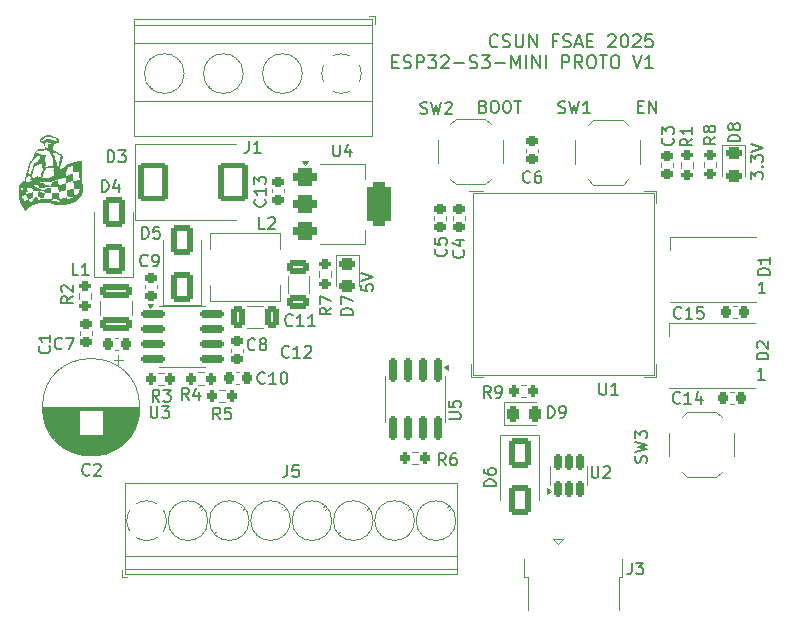
<source format=gbr>
%TF.GenerationSoftware,KiCad,Pcbnew,8.0.5*%
%TF.CreationDate,2024-12-11T15:25:16-08:00*%
%TF.ProjectId,ESP32-Proto,45535033-322d-4507-926f-746f2e6b6963,rev?*%
%TF.SameCoordinates,Original*%
%TF.FileFunction,Legend,Top*%
%TF.FilePolarity,Positive*%
%FSLAX46Y46*%
G04 Gerber Fmt 4.6, Leading zero omitted, Abs format (unit mm)*
G04 Created by KiCad (PCBNEW 8.0.5) date 2024-12-11 15:25:16*
%MOMM*%
%LPD*%
G01*
G04 APERTURE LIST*
G04 Aperture macros list*
%AMRoundRect*
0 Rectangle with rounded corners*
0 $1 Rounding radius*
0 $2 $3 $4 $5 $6 $7 $8 $9 X,Y pos of 4 corners*
0 Add a 4 corners polygon primitive as box body*
4,1,4,$2,$3,$4,$5,$6,$7,$8,$9,$2,$3,0*
0 Add four circle primitives for the rounded corners*
1,1,$1+$1,$2,$3*
1,1,$1+$1,$4,$5*
1,1,$1+$1,$6,$7*
1,1,$1+$1,$8,$9*
0 Add four rect primitives between the rounded corners*
20,1,$1+$1,$2,$3,$4,$5,0*
20,1,$1+$1,$4,$5,$6,$7,0*
20,1,$1+$1,$6,$7,$8,$9,0*
20,1,$1+$1,$8,$9,$2,$3,0*%
%AMFreePoly0*
4,1,6,0.600000,-0.600000,-0.600000,-0.600000,-0.600000,0.000000,0.000000,0.600000,0.600000,0.600000,0.600000,-0.600000,0.600000,-0.600000,$1*%
G04 Aperture macros list end*
%ADD10C,0.187500*%
%ADD11C,0.150000*%
%ADD12C,0.120000*%
%ADD13C,0.000000*%
%ADD14C,1.600000*%
%ADD15R,1.600000X1.600000*%
%ADD16RoundRect,0.250000X0.325000X0.650000X-0.325000X0.650000X-0.325000X-0.650000X0.325000X-0.650000X0*%
%ADD17RoundRect,0.200000X-0.200000X-0.275000X0.200000X-0.275000X0.200000X0.275000X-0.200000X0.275000X0*%
%ADD18C,2.400000*%
%ADD19R,2.400000X2.400000*%
%ADD20RoundRect,0.243750X-0.243750X-0.456250X0.243750X-0.456250X0.243750X0.456250X-0.243750X0.456250X0*%
%ADD21C,3.500000*%
%ADD22RoundRect,0.200000X-0.275000X0.200000X-0.275000X-0.200000X0.275000X-0.200000X0.275000X0.200000X0*%
%ADD23RoundRect,0.243750X-0.456250X0.243750X-0.456250X-0.243750X0.456250X-0.243750X0.456250X0.243750X0*%
%ADD24RoundRect,0.375000X-0.625000X-0.375000X0.625000X-0.375000X0.625000X0.375000X-0.625000X0.375000X0*%
%ADD25RoundRect,0.500000X-0.500000X-1.400000X0.500000X-1.400000X0.500000X1.400000X-0.500000X1.400000X0*%
%ADD26R,1.700000X1.000000*%
%ADD27RoundRect,0.250000X-0.650000X1.000000X-0.650000X-1.000000X0.650000X-1.000000X0.650000X1.000000X0*%
%ADD28R,1.900000X2.500000*%
%ADD29RoundRect,0.225000X0.250000X-0.225000X0.250000X0.225000X-0.250000X0.225000X-0.250000X-0.225000X0*%
%ADD30RoundRect,0.200000X0.275000X-0.200000X0.275000X0.200000X-0.275000X0.200000X-0.275000X-0.200000X0*%
%ADD31R,1.500000X0.900000*%
%ADD32RoundRect,0.225000X-0.250000X0.225000X-0.250000X-0.225000X0.250000X-0.225000X0.250000X0.225000X0*%
%ADD33RoundRect,0.200000X0.200000X0.275000X-0.200000X0.275000X-0.200000X-0.275000X0.200000X-0.275000X0*%
%ADD34R,0.400000X1.650000*%
%ADD35R,1.825000X0.700000*%
%ADD36R,2.000000X1.500000*%
%ADD37R,1.350000X2.000000*%
%ADD38O,1.350000X1.700000*%
%ADD39O,1.100000X1.500000*%
%ADD40R,1.430000X2.500000*%
%ADD41RoundRect,0.250000X0.650000X-1.000000X0.650000X1.000000X-0.650000X1.000000X-0.650000X-1.000000X0*%
%ADD42R,2.290000X3.000000*%
%ADD43RoundRect,0.150000X-0.825000X-0.150000X0.825000X-0.150000X0.825000X0.150000X-0.825000X0.150000X0*%
%ADD44RoundRect,0.250000X-1.075000X0.375000X-1.075000X-0.375000X1.075000X-0.375000X1.075000X0.375000X0*%
%ADD45RoundRect,0.225000X-0.225000X-0.250000X0.225000X-0.250000X0.225000X0.250000X-0.225000X0.250000X0*%
%ADD46C,2.600000*%
%ADD47R,2.600000X2.600000*%
%ADD48RoundRect,0.150000X0.150000X-0.512500X0.150000X0.512500X-0.150000X0.512500X-0.150000X-0.512500X0*%
%ADD49RoundRect,0.250000X1.000000X-1.400000X1.000000X1.400000X-1.000000X1.400000X-1.000000X-1.400000X0*%
%ADD50RoundRect,0.150000X-0.150000X0.825000X-0.150000X-0.825000X0.150000X-0.825000X0.150000X0.825000X0*%
%ADD51R,0.800000X0.800000*%
%ADD52R,1.200000X1.200000*%
%ADD53FreePoly0,0.000000*%
%ADD54R,0.400000X0.800000*%
%ADD55R,0.800000X0.400000*%
%ADD56RoundRect,0.225000X0.225000X0.250000X-0.225000X0.250000X-0.225000X-0.250000X0.225000X-0.250000X0*%
%ADD57RoundRect,0.250000X-0.650000X0.325000X-0.650000X-0.325000X0.650000X-0.325000X0.650000X0.325000X0*%
G04 APERTURE END LIST*
D10*
X180567869Y-84233787D02*
X180567869Y-83614740D01*
X180567869Y-83614740D02*
X180948821Y-83948073D01*
X180948821Y-83948073D02*
X180948821Y-83805216D01*
X180948821Y-83805216D02*
X180996440Y-83709978D01*
X180996440Y-83709978D02*
X181044059Y-83662359D01*
X181044059Y-83662359D02*
X181139297Y-83614740D01*
X181139297Y-83614740D02*
X181377392Y-83614740D01*
X181377392Y-83614740D02*
X181472630Y-83662359D01*
X181472630Y-83662359D02*
X181520250Y-83709978D01*
X181520250Y-83709978D02*
X181567869Y-83805216D01*
X181567869Y-83805216D02*
X181567869Y-84090930D01*
X181567869Y-84090930D02*
X181520250Y-84186168D01*
X181520250Y-84186168D02*
X181472630Y-84233787D01*
X181472630Y-83186168D02*
X181520250Y-83138549D01*
X181520250Y-83138549D02*
X181567869Y-83186168D01*
X181567869Y-83186168D02*
X181520250Y-83233787D01*
X181520250Y-83233787D02*
X181472630Y-83186168D01*
X181472630Y-83186168D02*
X181567869Y-83186168D01*
X180567869Y-82805216D02*
X180567869Y-82186169D01*
X180567869Y-82186169D02*
X180948821Y-82519502D01*
X180948821Y-82519502D02*
X180948821Y-82376645D01*
X180948821Y-82376645D02*
X180996440Y-82281407D01*
X180996440Y-82281407D02*
X181044059Y-82233788D01*
X181044059Y-82233788D02*
X181139297Y-82186169D01*
X181139297Y-82186169D02*
X181377392Y-82186169D01*
X181377392Y-82186169D02*
X181472630Y-82233788D01*
X181472630Y-82233788D02*
X181520250Y-82281407D01*
X181520250Y-82281407D02*
X181567869Y-82376645D01*
X181567869Y-82376645D02*
X181567869Y-82662359D01*
X181567869Y-82662359D02*
X181520250Y-82757597D01*
X181520250Y-82757597D02*
X181472630Y-82805216D01*
X180567869Y-81900454D02*
X181567869Y-81567121D01*
X181567869Y-81567121D02*
X180567869Y-81233788D01*
X157920783Y-78084059D02*
X158063640Y-78131678D01*
X158063640Y-78131678D02*
X158111259Y-78179297D01*
X158111259Y-78179297D02*
X158158878Y-78274535D01*
X158158878Y-78274535D02*
X158158878Y-78417392D01*
X158158878Y-78417392D02*
X158111259Y-78512630D01*
X158111259Y-78512630D02*
X158063640Y-78560250D01*
X158063640Y-78560250D02*
X157968402Y-78607869D01*
X157968402Y-78607869D02*
X157587450Y-78607869D01*
X157587450Y-78607869D02*
X157587450Y-77607869D01*
X157587450Y-77607869D02*
X157920783Y-77607869D01*
X157920783Y-77607869D02*
X158016021Y-77655488D01*
X158016021Y-77655488D02*
X158063640Y-77703107D01*
X158063640Y-77703107D02*
X158111259Y-77798345D01*
X158111259Y-77798345D02*
X158111259Y-77893583D01*
X158111259Y-77893583D02*
X158063640Y-77988821D01*
X158063640Y-77988821D02*
X158016021Y-78036440D01*
X158016021Y-78036440D02*
X157920783Y-78084059D01*
X157920783Y-78084059D02*
X157587450Y-78084059D01*
X158777926Y-77607869D02*
X158968402Y-77607869D01*
X158968402Y-77607869D02*
X159063640Y-77655488D01*
X159063640Y-77655488D02*
X159158878Y-77750726D01*
X159158878Y-77750726D02*
X159206497Y-77941202D01*
X159206497Y-77941202D02*
X159206497Y-78274535D01*
X159206497Y-78274535D02*
X159158878Y-78465011D01*
X159158878Y-78465011D02*
X159063640Y-78560250D01*
X159063640Y-78560250D02*
X158968402Y-78607869D01*
X158968402Y-78607869D02*
X158777926Y-78607869D01*
X158777926Y-78607869D02*
X158682688Y-78560250D01*
X158682688Y-78560250D02*
X158587450Y-78465011D01*
X158587450Y-78465011D02*
X158539831Y-78274535D01*
X158539831Y-78274535D02*
X158539831Y-77941202D01*
X158539831Y-77941202D02*
X158587450Y-77750726D01*
X158587450Y-77750726D02*
X158682688Y-77655488D01*
X158682688Y-77655488D02*
X158777926Y-77607869D01*
X159825545Y-77607869D02*
X160016021Y-77607869D01*
X160016021Y-77607869D02*
X160111259Y-77655488D01*
X160111259Y-77655488D02*
X160206497Y-77750726D01*
X160206497Y-77750726D02*
X160254116Y-77941202D01*
X160254116Y-77941202D02*
X160254116Y-78274535D01*
X160254116Y-78274535D02*
X160206497Y-78465011D01*
X160206497Y-78465011D02*
X160111259Y-78560250D01*
X160111259Y-78560250D02*
X160016021Y-78607869D01*
X160016021Y-78607869D02*
X159825545Y-78607869D01*
X159825545Y-78607869D02*
X159730307Y-78560250D01*
X159730307Y-78560250D02*
X159635069Y-78465011D01*
X159635069Y-78465011D02*
X159587450Y-78274535D01*
X159587450Y-78274535D02*
X159587450Y-77941202D01*
X159587450Y-77941202D02*
X159635069Y-77750726D01*
X159635069Y-77750726D02*
X159730307Y-77655488D01*
X159730307Y-77655488D02*
X159825545Y-77607869D01*
X160539831Y-77607869D02*
X161111259Y-77607869D01*
X160825545Y-78607869D02*
X160825545Y-77607869D01*
X171049450Y-78084059D02*
X171382783Y-78084059D01*
X171525640Y-78607869D02*
X171049450Y-78607869D01*
X171049450Y-78607869D02*
X171049450Y-77607869D01*
X171049450Y-77607869D02*
X171525640Y-77607869D01*
X171954212Y-78607869D02*
X171954212Y-77607869D01*
X171954212Y-77607869D02*
X172525640Y-78607869D01*
X172525640Y-78607869D02*
X172525640Y-77607869D01*
X159119503Y-72979931D02*
X159067122Y-73032312D01*
X159067122Y-73032312D02*
X158909979Y-73084692D01*
X158909979Y-73084692D02*
X158805217Y-73084692D01*
X158805217Y-73084692D02*
X158648074Y-73032312D01*
X158648074Y-73032312D02*
X158543312Y-72927550D01*
X158543312Y-72927550D02*
X158490931Y-72822788D01*
X158490931Y-72822788D02*
X158438550Y-72613264D01*
X158438550Y-72613264D02*
X158438550Y-72456121D01*
X158438550Y-72456121D02*
X158490931Y-72246597D01*
X158490931Y-72246597D02*
X158543312Y-72141835D01*
X158543312Y-72141835D02*
X158648074Y-72037073D01*
X158648074Y-72037073D02*
X158805217Y-71984692D01*
X158805217Y-71984692D02*
X158909979Y-71984692D01*
X158909979Y-71984692D02*
X159067122Y-72037073D01*
X159067122Y-72037073D02*
X159119503Y-72089454D01*
X159538550Y-73032312D02*
X159695693Y-73084692D01*
X159695693Y-73084692D02*
X159957598Y-73084692D01*
X159957598Y-73084692D02*
X160062360Y-73032312D01*
X160062360Y-73032312D02*
X160114741Y-72979931D01*
X160114741Y-72979931D02*
X160167122Y-72875169D01*
X160167122Y-72875169D02*
X160167122Y-72770407D01*
X160167122Y-72770407D02*
X160114741Y-72665645D01*
X160114741Y-72665645D02*
X160062360Y-72613264D01*
X160062360Y-72613264D02*
X159957598Y-72560883D01*
X159957598Y-72560883D02*
X159748074Y-72508502D01*
X159748074Y-72508502D02*
X159643312Y-72456121D01*
X159643312Y-72456121D02*
X159590931Y-72403740D01*
X159590931Y-72403740D02*
X159538550Y-72298978D01*
X159538550Y-72298978D02*
X159538550Y-72194216D01*
X159538550Y-72194216D02*
X159590931Y-72089454D01*
X159590931Y-72089454D02*
X159643312Y-72037073D01*
X159643312Y-72037073D02*
X159748074Y-71984692D01*
X159748074Y-71984692D02*
X160009979Y-71984692D01*
X160009979Y-71984692D02*
X160167122Y-72037073D01*
X160638550Y-71984692D02*
X160638550Y-72875169D01*
X160638550Y-72875169D02*
X160690931Y-72979931D01*
X160690931Y-72979931D02*
X160743312Y-73032312D01*
X160743312Y-73032312D02*
X160848074Y-73084692D01*
X160848074Y-73084692D02*
X161057598Y-73084692D01*
X161057598Y-73084692D02*
X161162360Y-73032312D01*
X161162360Y-73032312D02*
X161214741Y-72979931D01*
X161214741Y-72979931D02*
X161267122Y-72875169D01*
X161267122Y-72875169D02*
X161267122Y-71984692D01*
X161790931Y-73084692D02*
X161790931Y-71984692D01*
X161790931Y-71984692D02*
X162419503Y-73084692D01*
X162419503Y-73084692D02*
X162419503Y-71984692D01*
X164148074Y-72508502D02*
X163781407Y-72508502D01*
X163781407Y-73084692D02*
X163781407Y-71984692D01*
X163781407Y-71984692D02*
X164305217Y-71984692D01*
X164671883Y-73032312D02*
X164829026Y-73084692D01*
X164829026Y-73084692D02*
X165090931Y-73084692D01*
X165090931Y-73084692D02*
X165195693Y-73032312D01*
X165195693Y-73032312D02*
X165248074Y-72979931D01*
X165248074Y-72979931D02*
X165300455Y-72875169D01*
X165300455Y-72875169D02*
X165300455Y-72770407D01*
X165300455Y-72770407D02*
X165248074Y-72665645D01*
X165248074Y-72665645D02*
X165195693Y-72613264D01*
X165195693Y-72613264D02*
X165090931Y-72560883D01*
X165090931Y-72560883D02*
X164881407Y-72508502D01*
X164881407Y-72508502D02*
X164776645Y-72456121D01*
X164776645Y-72456121D02*
X164724264Y-72403740D01*
X164724264Y-72403740D02*
X164671883Y-72298978D01*
X164671883Y-72298978D02*
X164671883Y-72194216D01*
X164671883Y-72194216D02*
X164724264Y-72089454D01*
X164724264Y-72089454D02*
X164776645Y-72037073D01*
X164776645Y-72037073D02*
X164881407Y-71984692D01*
X164881407Y-71984692D02*
X165143312Y-71984692D01*
X165143312Y-71984692D02*
X165300455Y-72037073D01*
X165719502Y-72770407D02*
X166243312Y-72770407D01*
X165614740Y-73084692D02*
X165981407Y-71984692D01*
X165981407Y-71984692D02*
X166348074Y-73084692D01*
X166714740Y-72508502D02*
X167081407Y-72508502D01*
X167238550Y-73084692D02*
X166714740Y-73084692D01*
X166714740Y-73084692D02*
X166714740Y-71984692D01*
X166714740Y-71984692D02*
X167238550Y-71984692D01*
X168495692Y-72089454D02*
X168548073Y-72037073D01*
X168548073Y-72037073D02*
X168652835Y-71984692D01*
X168652835Y-71984692D02*
X168914740Y-71984692D01*
X168914740Y-71984692D02*
X169019502Y-72037073D01*
X169019502Y-72037073D02*
X169071883Y-72089454D01*
X169071883Y-72089454D02*
X169124264Y-72194216D01*
X169124264Y-72194216D02*
X169124264Y-72298978D01*
X169124264Y-72298978D02*
X169071883Y-72456121D01*
X169071883Y-72456121D02*
X168443311Y-73084692D01*
X168443311Y-73084692D02*
X169124264Y-73084692D01*
X169805216Y-71984692D02*
X169909978Y-71984692D01*
X169909978Y-71984692D02*
X170014740Y-72037073D01*
X170014740Y-72037073D02*
X170067121Y-72089454D01*
X170067121Y-72089454D02*
X170119502Y-72194216D01*
X170119502Y-72194216D02*
X170171883Y-72403740D01*
X170171883Y-72403740D02*
X170171883Y-72665645D01*
X170171883Y-72665645D02*
X170119502Y-72875169D01*
X170119502Y-72875169D02*
X170067121Y-72979931D01*
X170067121Y-72979931D02*
X170014740Y-73032312D01*
X170014740Y-73032312D02*
X169909978Y-73084692D01*
X169909978Y-73084692D02*
X169805216Y-73084692D01*
X169805216Y-73084692D02*
X169700454Y-73032312D01*
X169700454Y-73032312D02*
X169648073Y-72979931D01*
X169648073Y-72979931D02*
X169595692Y-72875169D01*
X169595692Y-72875169D02*
X169543311Y-72665645D01*
X169543311Y-72665645D02*
X169543311Y-72403740D01*
X169543311Y-72403740D02*
X169595692Y-72194216D01*
X169595692Y-72194216D02*
X169648073Y-72089454D01*
X169648073Y-72089454D02*
X169700454Y-72037073D01*
X169700454Y-72037073D02*
X169805216Y-71984692D01*
X170590930Y-72089454D02*
X170643311Y-72037073D01*
X170643311Y-72037073D02*
X170748073Y-71984692D01*
X170748073Y-71984692D02*
X171009978Y-71984692D01*
X171009978Y-71984692D02*
X171114740Y-72037073D01*
X171114740Y-72037073D02*
X171167121Y-72089454D01*
X171167121Y-72089454D02*
X171219502Y-72194216D01*
X171219502Y-72194216D02*
X171219502Y-72298978D01*
X171219502Y-72298978D02*
X171167121Y-72456121D01*
X171167121Y-72456121D02*
X170538549Y-73084692D01*
X170538549Y-73084692D02*
X171219502Y-73084692D01*
X172214740Y-71984692D02*
X171690930Y-71984692D01*
X171690930Y-71984692D02*
X171638549Y-72508502D01*
X171638549Y-72508502D02*
X171690930Y-72456121D01*
X171690930Y-72456121D02*
X171795692Y-72403740D01*
X171795692Y-72403740D02*
X172057597Y-72403740D01*
X172057597Y-72403740D02*
X172162359Y-72456121D01*
X172162359Y-72456121D02*
X172214740Y-72508502D01*
X172214740Y-72508502D02*
X172267121Y-72613264D01*
X172267121Y-72613264D02*
X172267121Y-72875169D01*
X172267121Y-72875169D02*
X172214740Y-72979931D01*
X172214740Y-72979931D02*
X172162359Y-73032312D01*
X172162359Y-73032312D02*
X172057597Y-73084692D01*
X172057597Y-73084692D02*
X171795692Y-73084692D01*
X171795692Y-73084692D02*
X171690930Y-73032312D01*
X171690930Y-73032312D02*
X171638549Y-72979931D01*
X150214739Y-74279440D02*
X150581406Y-74279440D01*
X150738549Y-74855630D02*
X150214739Y-74855630D01*
X150214739Y-74855630D02*
X150214739Y-73755630D01*
X150214739Y-73755630D02*
X150738549Y-73755630D01*
X151157596Y-74803250D02*
X151314739Y-74855630D01*
X151314739Y-74855630D02*
X151576644Y-74855630D01*
X151576644Y-74855630D02*
X151681406Y-74803250D01*
X151681406Y-74803250D02*
X151733787Y-74750869D01*
X151733787Y-74750869D02*
X151786168Y-74646107D01*
X151786168Y-74646107D02*
X151786168Y-74541345D01*
X151786168Y-74541345D02*
X151733787Y-74436583D01*
X151733787Y-74436583D02*
X151681406Y-74384202D01*
X151681406Y-74384202D02*
X151576644Y-74331821D01*
X151576644Y-74331821D02*
X151367120Y-74279440D01*
X151367120Y-74279440D02*
X151262358Y-74227059D01*
X151262358Y-74227059D02*
X151209977Y-74174678D01*
X151209977Y-74174678D02*
X151157596Y-74069916D01*
X151157596Y-74069916D02*
X151157596Y-73965154D01*
X151157596Y-73965154D02*
X151209977Y-73860392D01*
X151209977Y-73860392D02*
X151262358Y-73808011D01*
X151262358Y-73808011D02*
X151367120Y-73755630D01*
X151367120Y-73755630D02*
X151629025Y-73755630D01*
X151629025Y-73755630D02*
X151786168Y-73808011D01*
X152257596Y-74855630D02*
X152257596Y-73755630D01*
X152257596Y-73755630D02*
X152676644Y-73755630D01*
X152676644Y-73755630D02*
X152781406Y-73808011D01*
X152781406Y-73808011D02*
X152833787Y-73860392D01*
X152833787Y-73860392D02*
X152886168Y-73965154D01*
X152886168Y-73965154D02*
X152886168Y-74122297D01*
X152886168Y-74122297D02*
X152833787Y-74227059D01*
X152833787Y-74227059D02*
X152781406Y-74279440D01*
X152781406Y-74279440D02*
X152676644Y-74331821D01*
X152676644Y-74331821D02*
X152257596Y-74331821D01*
X153252834Y-73755630D02*
X153933787Y-73755630D01*
X153933787Y-73755630D02*
X153567120Y-74174678D01*
X153567120Y-74174678D02*
X153724263Y-74174678D01*
X153724263Y-74174678D02*
X153829025Y-74227059D01*
X153829025Y-74227059D02*
X153881406Y-74279440D01*
X153881406Y-74279440D02*
X153933787Y-74384202D01*
X153933787Y-74384202D02*
X153933787Y-74646107D01*
X153933787Y-74646107D02*
X153881406Y-74750869D01*
X153881406Y-74750869D02*
X153829025Y-74803250D01*
X153829025Y-74803250D02*
X153724263Y-74855630D01*
X153724263Y-74855630D02*
X153409977Y-74855630D01*
X153409977Y-74855630D02*
X153305215Y-74803250D01*
X153305215Y-74803250D02*
X153252834Y-74750869D01*
X154352834Y-73860392D02*
X154405215Y-73808011D01*
X154405215Y-73808011D02*
X154509977Y-73755630D01*
X154509977Y-73755630D02*
X154771882Y-73755630D01*
X154771882Y-73755630D02*
X154876644Y-73808011D01*
X154876644Y-73808011D02*
X154929025Y-73860392D01*
X154929025Y-73860392D02*
X154981406Y-73965154D01*
X154981406Y-73965154D02*
X154981406Y-74069916D01*
X154981406Y-74069916D02*
X154929025Y-74227059D01*
X154929025Y-74227059D02*
X154300453Y-74855630D01*
X154300453Y-74855630D02*
X154981406Y-74855630D01*
X155452834Y-74436583D02*
X156290930Y-74436583D01*
X156762358Y-74803250D02*
X156919501Y-74855630D01*
X156919501Y-74855630D02*
X157181406Y-74855630D01*
X157181406Y-74855630D02*
X157286168Y-74803250D01*
X157286168Y-74803250D02*
X157338549Y-74750869D01*
X157338549Y-74750869D02*
X157390930Y-74646107D01*
X157390930Y-74646107D02*
X157390930Y-74541345D01*
X157390930Y-74541345D02*
X157338549Y-74436583D01*
X157338549Y-74436583D02*
X157286168Y-74384202D01*
X157286168Y-74384202D02*
X157181406Y-74331821D01*
X157181406Y-74331821D02*
X156971882Y-74279440D01*
X156971882Y-74279440D02*
X156867120Y-74227059D01*
X156867120Y-74227059D02*
X156814739Y-74174678D01*
X156814739Y-74174678D02*
X156762358Y-74069916D01*
X156762358Y-74069916D02*
X156762358Y-73965154D01*
X156762358Y-73965154D02*
X156814739Y-73860392D01*
X156814739Y-73860392D02*
X156867120Y-73808011D01*
X156867120Y-73808011D02*
X156971882Y-73755630D01*
X156971882Y-73755630D02*
X157233787Y-73755630D01*
X157233787Y-73755630D02*
X157390930Y-73808011D01*
X157757596Y-73755630D02*
X158438549Y-73755630D01*
X158438549Y-73755630D02*
X158071882Y-74174678D01*
X158071882Y-74174678D02*
X158229025Y-74174678D01*
X158229025Y-74174678D02*
X158333787Y-74227059D01*
X158333787Y-74227059D02*
X158386168Y-74279440D01*
X158386168Y-74279440D02*
X158438549Y-74384202D01*
X158438549Y-74384202D02*
X158438549Y-74646107D01*
X158438549Y-74646107D02*
X158386168Y-74750869D01*
X158386168Y-74750869D02*
X158333787Y-74803250D01*
X158333787Y-74803250D02*
X158229025Y-74855630D01*
X158229025Y-74855630D02*
X157914739Y-74855630D01*
X157914739Y-74855630D02*
X157809977Y-74803250D01*
X157809977Y-74803250D02*
X157757596Y-74750869D01*
X158909977Y-74436583D02*
X159748073Y-74436583D01*
X160271882Y-74855630D02*
X160271882Y-73755630D01*
X160271882Y-73755630D02*
X160638549Y-74541345D01*
X160638549Y-74541345D02*
X161005216Y-73755630D01*
X161005216Y-73755630D02*
X161005216Y-74855630D01*
X161529025Y-74855630D02*
X161529025Y-73755630D01*
X162052835Y-74855630D02*
X162052835Y-73755630D01*
X162052835Y-73755630D02*
X162681407Y-74855630D01*
X162681407Y-74855630D02*
X162681407Y-73755630D01*
X163205216Y-74855630D02*
X163205216Y-73755630D01*
X164567121Y-74855630D02*
X164567121Y-73755630D01*
X164567121Y-73755630D02*
X164986169Y-73755630D01*
X164986169Y-73755630D02*
X165090931Y-73808011D01*
X165090931Y-73808011D02*
X165143312Y-73860392D01*
X165143312Y-73860392D02*
X165195693Y-73965154D01*
X165195693Y-73965154D02*
X165195693Y-74122297D01*
X165195693Y-74122297D02*
X165143312Y-74227059D01*
X165143312Y-74227059D02*
X165090931Y-74279440D01*
X165090931Y-74279440D02*
X164986169Y-74331821D01*
X164986169Y-74331821D02*
X164567121Y-74331821D01*
X166295693Y-74855630D02*
X165929026Y-74331821D01*
X165667121Y-74855630D02*
X165667121Y-73755630D01*
X165667121Y-73755630D02*
X166086169Y-73755630D01*
X166086169Y-73755630D02*
X166190931Y-73808011D01*
X166190931Y-73808011D02*
X166243312Y-73860392D01*
X166243312Y-73860392D02*
X166295693Y-73965154D01*
X166295693Y-73965154D02*
X166295693Y-74122297D01*
X166295693Y-74122297D02*
X166243312Y-74227059D01*
X166243312Y-74227059D02*
X166190931Y-74279440D01*
X166190931Y-74279440D02*
X166086169Y-74331821D01*
X166086169Y-74331821D02*
X165667121Y-74331821D01*
X166976645Y-73755630D02*
X167186169Y-73755630D01*
X167186169Y-73755630D02*
X167290931Y-73808011D01*
X167290931Y-73808011D02*
X167395693Y-73912773D01*
X167395693Y-73912773D02*
X167448074Y-74122297D01*
X167448074Y-74122297D02*
X167448074Y-74488964D01*
X167448074Y-74488964D02*
X167395693Y-74698488D01*
X167395693Y-74698488D02*
X167290931Y-74803250D01*
X167290931Y-74803250D02*
X167186169Y-74855630D01*
X167186169Y-74855630D02*
X166976645Y-74855630D01*
X166976645Y-74855630D02*
X166871883Y-74803250D01*
X166871883Y-74803250D02*
X166767121Y-74698488D01*
X166767121Y-74698488D02*
X166714740Y-74488964D01*
X166714740Y-74488964D02*
X166714740Y-74122297D01*
X166714740Y-74122297D02*
X166767121Y-73912773D01*
X166767121Y-73912773D02*
X166871883Y-73808011D01*
X166871883Y-73808011D02*
X166976645Y-73755630D01*
X167762359Y-73755630D02*
X168390931Y-73755630D01*
X168076645Y-74855630D02*
X168076645Y-73755630D01*
X168967121Y-73755630D02*
X169176645Y-73755630D01*
X169176645Y-73755630D02*
X169281407Y-73808011D01*
X169281407Y-73808011D02*
X169386169Y-73912773D01*
X169386169Y-73912773D02*
X169438550Y-74122297D01*
X169438550Y-74122297D02*
X169438550Y-74488964D01*
X169438550Y-74488964D02*
X169386169Y-74698488D01*
X169386169Y-74698488D02*
X169281407Y-74803250D01*
X169281407Y-74803250D02*
X169176645Y-74855630D01*
X169176645Y-74855630D02*
X168967121Y-74855630D01*
X168967121Y-74855630D02*
X168862359Y-74803250D01*
X168862359Y-74803250D02*
X168757597Y-74698488D01*
X168757597Y-74698488D02*
X168705216Y-74488964D01*
X168705216Y-74488964D02*
X168705216Y-74122297D01*
X168705216Y-74122297D02*
X168757597Y-73912773D01*
X168757597Y-73912773D02*
X168862359Y-73808011D01*
X168862359Y-73808011D02*
X168967121Y-73755630D01*
X170590930Y-73755630D02*
X170957597Y-74855630D01*
X170957597Y-74855630D02*
X171324264Y-73755630D01*
X172267121Y-74855630D02*
X171638549Y-74855630D01*
X171952835Y-74855630D02*
X171952835Y-73755630D01*
X171952835Y-73755630D02*
X171848073Y-73912773D01*
X171848073Y-73912773D02*
X171743311Y-74017535D01*
X171743311Y-74017535D02*
X171638549Y-74069916D01*
X147567869Y-93162359D02*
X147567869Y-93638549D01*
X147567869Y-93638549D02*
X148044059Y-93686168D01*
X148044059Y-93686168D02*
X147996440Y-93638549D01*
X147996440Y-93638549D02*
X147948821Y-93543311D01*
X147948821Y-93543311D02*
X147948821Y-93305216D01*
X147948821Y-93305216D02*
X147996440Y-93209978D01*
X147996440Y-93209978D02*
X148044059Y-93162359D01*
X148044059Y-93162359D02*
X148139297Y-93114740D01*
X148139297Y-93114740D02*
X148377392Y-93114740D01*
X148377392Y-93114740D02*
X148472630Y-93162359D01*
X148472630Y-93162359D02*
X148520250Y-93209978D01*
X148520250Y-93209978D02*
X148567869Y-93305216D01*
X148567869Y-93305216D02*
X148567869Y-93543311D01*
X148567869Y-93543311D02*
X148520250Y-93638549D01*
X148520250Y-93638549D02*
X148472630Y-93686168D01*
X147567869Y-92829025D02*
X148567869Y-92495692D01*
X148567869Y-92495692D02*
X147567869Y-92162359D01*
D11*
X124583333Y-109237231D02*
X124535714Y-109284851D01*
X124535714Y-109284851D02*
X124392857Y-109332470D01*
X124392857Y-109332470D02*
X124297619Y-109332470D01*
X124297619Y-109332470D02*
X124154762Y-109284851D01*
X124154762Y-109284851D02*
X124059524Y-109189612D01*
X124059524Y-109189612D02*
X124011905Y-109094374D01*
X124011905Y-109094374D02*
X123964286Y-108903898D01*
X123964286Y-108903898D02*
X123964286Y-108761041D01*
X123964286Y-108761041D02*
X124011905Y-108570565D01*
X124011905Y-108570565D02*
X124059524Y-108475327D01*
X124059524Y-108475327D02*
X124154762Y-108380089D01*
X124154762Y-108380089D02*
X124297619Y-108332470D01*
X124297619Y-108332470D02*
X124392857Y-108332470D01*
X124392857Y-108332470D02*
X124535714Y-108380089D01*
X124535714Y-108380089D02*
X124583333Y-108427708D01*
X124964286Y-108427708D02*
X125011905Y-108380089D01*
X125011905Y-108380089D02*
X125107143Y-108332470D01*
X125107143Y-108332470D02*
X125345238Y-108332470D01*
X125345238Y-108332470D02*
X125440476Y-108380089D01*
X125440476Y-108380089D02*
X125488095Y-108427708D01*
X125488095Y-108427708D02*
X125535714Y-108522946D01*
X125535714Y-108522946D02*
X125535714Y-108618184D01*
X125535714Y-108618184D02*
X125488095Y-108761041D01*
X125488095Y-108761041D02*
X124916667Y-109332470D01*
X124916667Y-109332470D02*
X125535714Y-109332470D01*
X141757142Y-96584580D02*
X141709523Y-96632200D01*
X141709523Y-96632200D02*
X141566666Y-96679819D01*
X141566666Y-96679819D02*
X141471428Y-96679819D01*
X141471428Y-96679819D02*
X141328571Y-96632200D01*
X141328571Y-96632200D02*
X141233333Y-96536961D01*
X141233333Y-96536961D02*
X141185714Y-96441723D01*
X141185714Y-96441723D02*
X141138095Y-96251247D01*
X141138095Y-96251247D02*
X141138095Y-96108390D01*
X141138095Y-96108390D02*
X141185714Y-95917914D01*
X141185714Y-95917914D02*
X141233333Y-95822676D01*
X141233333Y-95822676D02*
X141328571Y-95727438D01*
X141328571Y-95727438D02*
X141471428Y-95679819D01*
X141471428Y-95679819D02*
X141566666Y-95679819D01*
X141566666Y-95679819D02*
X141709523Y-95727438D01*
X141709523Y-95727438D02*
X141757142Y-95775057D01*
X142709523Y-96679819D02*
X142138095Y-96679819D01*
X142423809Y-96679819D02*
X142423809Y-95679819D01*
X142423809Y-95679819D02*
X142328571Y-95822676D01*
X142328571Y-95822676D02*
X142233333Y-95917914D01*
X142233333Y-95917914D02*
X142138095Y-95965533D01*
X143661904Y-96679819D02*
X143090476Y-96679819D01*
X143376190Y-96679819D02*
X143376190Y-95679819D01*
X143376190Y-95679819D02*
X143280952Y-95822676D01*
X143280952Y-95822676D02*
X143185714Y-95917914D01*
X143185714Y-95917914D02*
X143090476Y-95965533D01*
X130483333Y-103079819D02*
X130150000Y-102603628D01*
X129911905Y-103079819D02*
X129911905Y-102079819D01*
X129911905Y-102079819D02*
X130292857Y-102079819D01*
X130292857Y-102079819D02*
X130388095Y-102127438D01*
X130388095Y-102127438D02*
X130435714Y-102175057D01*
X130435714Y-102175057D02*
X130483333Y-102270295D01*
X130483333Y-102270295D02*
X130483333Y-102413152D01*
X130483333Y-102413152D02*
X130435714Y-102508390D01*
X130435714Y-102508390D02*
X130388095Y-102556009D01*
X130388095Y-102556009D02*
X130292857Y-102603628D01*
X130292857Y-102603628D02*
X129911905Y-102603628D01*
X130816667Y-102079819D02*
X131435714Y-102079819D01*
X131435714Y-102079819D02*
X131102381Y-102460771D01*
X131102381Y-102460771D02*
X131245238Y-102460771D01*
X131245238Y-102460771D02*
X131340476Y-102508390D01*
X131340476Y-102508390D02*
X131388095Y-102556009D01*
X131388095Y-102556009D02*
X131435714Y-102651247D01*
X131435714Y-102651247D02*
X131435714Y-102889342D01*
X131435714Y-102889342D02*
X131388095Y-102984580D01*
X131388095Y-102984580D02*
X131340476Y-103032200D01*
X131340476Y-103032200D02*
X131245238Y-103079819D01*
X131245238Y-103079819D02*
X130959524Y-103079819D01*
X130959524Y-103079819D02*
X130864286Y-103032200D01*
X130864286Y-103032200D02*
X130816667Y-102984580D01*
X141316666Y-108444819D02*
X141316666Y-109159104D01*
X141316666Y-109159104D02*
X141269047Y-109301961D01*
X141269047Y-109301961D02*
X141173809Y-109397200D01*
X141173809Y-109397200D02*
X141030952Y-109444819D01*
X141030952Y-109444819D02*
X140935714Y-109444819D01*
X142269047Y-108444819D02*
X141792857Y-108444819D01*
X141792857Y-108444819D02*
X141745238Y-108921009D01*
X141745238Y-108921009D02*
X141792857Y-108873390D01*
X141792857Y-108873390D02*
X141888095Y-108825771D01*
X141888095Y-108825771D02*
X142126190Y-108825771D01*
X142126190Y-108825771D02*
X142221428Y-108873390D01*
X142221428Y-108873390D02*
X142269047Y-108921009D01*
X142269047Y-108921009D02*
X142316666Y-109016247D01*
X142316666Y-109016247D02*
X142316666Y-109254342D01*
X142316666Y-109254342D02*
X142269047Y-109349580D01*
X142269047Y-109349580D02*
X142221428Y-109397200D01*
X142221428Y-109397200D02*
X142126190Y-109444819D01*
X142126190Y-109444819D02*
X141888095Y-109444819D01*
X141888095Y-109444819D02*
X141792857Y-109397200D01*
X141792857Y-109397200D02*
X141745238Y-109349580D01*
X163374405Y-104454819D02*
X163374405Y-103454819D01*
X163374405Y-103454819D02*
X163612500Y-103454819D01*
X163612500Y-103454819D02*
X163755357Y-103502438D01*
X163755357Y-103502438D02*
X163850595Y-103597676D01*
X163850595Y-103597676D02*
X163898214Y-103692914D01*
X163898214Y-103692914D02*
X163945833Y-103883390D01*
X163945833Y-103883390D02*
X163945833Y-104026247D01*
X163945833Y-104026247D02*
X163898214Y-104216723D01*
X163898214Y-104216723D02*
X163850595Y-104311961D01*
X163850595Y-104311961D02*
X163755357Y-104407200D01*
X163755357Y-104407200D02*
X163612500Y-104454819D01*
X163612500Y-104454819D02*
X163374405Y-104454819D01*
X164422024Y-104454819D02*
X164612500Y-104454819D01*
X164612500Y-104454819D02*
X164707738Y-104407200D01*
X164707738Y-104407200D02*
X164755357Y-104359580D01*
X164755357Y-104359580D02*
X164850595Y-104216723D01*
X164850595Y-104216723D02*
X164898214Y-104026247D01*
X164898214Y-104026247D02*
X164898214Y-103645295D01*
X164898214Y-103645295D02*
X164850595Y-103550057D01*
X164850595Y-103550057D02*
X164802976Y-103502438D01*
X164802976Y-103502438D02*
X164707738Y-103454819D01*
X164707738Y-103454819D02*
X164517262Y-103454819D01*
X164517262Y-103454819D02*
X164422024Y-103502438D01*
X164422024Y-103502438D02*
X164374405Y-103550057D01*
X164374405Y-103550057D02*
X164326786Y-103645295D01*
X164326786Y-103645295D02*
X164326786Y-103883390D01*
X164326786Y-103883390D02*
X164374405Y-103978628D01*
X164374405Y-103978628D02*
X164422024Y-104026247D01*
X164422024Y-104026247D02*
X164517262Y-104073866D01*
X164517262Y-104073866D02*
X164707738Y-104073866D01*
X164707738Y-104073866D02*
X164802976Y-104026247D01*
X164802976Y-104026247D02*
X164850595Y-103978628D01*
X164850595Y-103978628D02*
X164898214Y-103883390D01*
X145054819Y-95116666D02*
X144578628Y-95449999D01*
X145054819Y-95688094D02*
X144054819Y-95688094D01*
X144054819Y-95688094D02*
X144054819Y-95307142D01*
X144054819Y-95307142D02*
X144102438Y-95211904D01*
X144102438Y-95211904D02*
X144150057Y-95164285D01*
X144150057Y-95164285D02*
X144245295Y-95116666D01*
X144245295Y-95116666D02*
X144388152Y-95116666D01*
X144388152Y-95116666D02*
X144483390Y-95164285D01*
X144483390Y-95164285D02*
X144531009Y-95211904D01*
X144531009Y-95211904D02*
X144578628Y-95307142D01*
X144578628Y-95307142D02*
X144578628Y-95688094D01*
X144054819Y-94783332D02*
X144054819Y-94116666D01*
X144054819Y-94116666D02*
X145054819Y-94545237D01*
X146854819Y-95738094D02*
X145854819Y-95738094D01*
X145854819Y-95738094D02*
X145854819Y-95499999D01*
X145854819Y-95499999D02*
X145902438Y-95357142D01*
X145902438Y-95357142D02*
X145997676Y-95261904D01*
X145997676Y-95261904D02*
X146092914Y-95214285D01*
X146092914Y-95214285D02*
X146283390Y-95166666D01*
X146283390Y-95166666D02*
X146426247Y-95166666D01*
X146426247Y-95166666D02*
X146616723Y-95214285D01*
X146616723Y-95214285D02*
X146711961Y-95261904D01*
X146711961Y-95261904D02*
X146807200Y-95357142D01*
X146807200Y-95357142D02*
X146854819Y-95499999D01*
X146854819Y-95499999D02*
X146854819Y-95738094D01*
X145854819Y-94833332D02*
X145854819Y-94166666D01*
X145854819Y-94166666D02*
X146854819Y-94595237D01*
X145186095Y-81314819D02*
X145186095Y-82124342D01*
X145186095Y-82124342D02*
X145233714Y-82219580D01*
X145233714Y-82219580D02*
X145281333Y-82267200D01*
X145281333Y-82267200D02*
X145376571Y-82314819D01*
X145376571Y-82314819D02*
X145567047Y-82314819D01*
X145567047Y-82314819D02*
X145662285Y-82267200D01*
X145662285Y-82267200D02*
X145709904Y-82219580D01*
X145709904Y-82219580D02*
X145757523Y-82124342D01*
X145757523Y-82124342D02*
X145757523Y-81314819D01*
X146662285Y-81648152D02*
X146662285Y-82314819D01*
X146424190Y-81267200D02*
X146186095Y-81981485D01*
X146186095Y-81981485D02*
X146805142Y-81981485D01*
X171707200Y-108233332D02*
X171754819Y-108090475D01*
X171754819Y-108090475D02*
X171754819Y-107852380D01*
X171754819Y-107852380D02*
X171707200Y-107757142D01*
X171707200Y-107757142D02*
X171659580Y-107709523D01*
X171659580Y-107709523D02*
X171564342Y-107661904D01*
X171564342Y-107661904D02*
X171469104Y-107661904D01*
X171469104Y-107661904D02*
X171373866Y-107709523D01*
X171373866Y-107709523D02*
X171326247Y-107757142D01*
X171326247Y-107757142D02*
X171278628Y-107852380D01*
X171278628Y-107852380D02*
X171231009Y-108042856D01*
X171231009Y-108042856D02*
X171183390Y-108138094D01*
X171183390Y-108138094D02*
X171135771Y-108185713D01*
X171135771Y-108185713D02*
X171040533Y-108233332D01*
X171040533Y-108233332D02*
X170945295Y-108233332D01*
X170945295Y-108233332D02*
X170850057Y-108185713D01*
X170850057Y-108185713D02*
X170802438Y-108138094D01*
X170802438Y-108138094D02*
X170754819Y-108042856D01*
X170754819Y-108042856D02*
X170754819Y-107804761D01*
X170754819Y-107804761D02*
X170802438Y-107661904D01*
X170754819Y-107328570D02*
X171754819Y-107090475D01*
X171754819Y-107090475D02*
X171040533Y-106899999D01*
X171040533Y-106899999D02*
X171754819Y-106709523D01*
X171754819Y-106709523D02*
X170754819Y-106471428D01*
X170754819Y-106185713D02*
X170754819Y-105566666D01*
X170754819Y-105566666D02*
X171135771Y-105899999D01*
X171135771Y-105899999D02*
X171135771Y-105757142D01*
X171135771Y-105757142D02*
X171183390Y-105661904D01*
X171183390Y-105661904D02*
X171231009Y-105614285D01*
X171231009Y-105614285D02*
X171326247Y-105566666D01*
X171326247Y-105566666D02*
X171564342Y-105566666D01*
X171564342Y-105566666D02*
X171659580Y-105614285D01*
X171659580Y-105614285D02*
X171707200Y-105661904D01*
X171707200Y-105661904D02*
X171754819Y-105757142D01*
X171754819Y-105757142D02*
X171754819Y-106042856D01*
X171754819Y-106042856D02*
X171707200Y-106138094D01*
X171707200Y-106138094D02*
X171659580Y-106185713D01*
X158954819Y-110238094D02*
X157954819Y-110238094D01*
X157954819Y-110238094D02*
X157954819Y-109999999D01*
X157954819Y-109999999D02*
X158002438Y-109857142D01*
X158002438Y-109857142D02*
X158097676Y-109761904D01*
X158097676Y-109761904D02*
X158192914Y-109714285D01*
X158192914Y-109714285D02*
X158383390Y-109666666D01*
X158383390Y-109666666D02*
X158526247Y-109666666D01*
X158526247Y-109666666D02*
X158716723Y-109714285D01*
X158716723Y-109714285D02*
X158811961Y-109761904D01*
X158811961Y-109761904D02*
X158907200Y-109857142D01*
X158907200Y-109857142D02*
X158954819Y-109999999D01*
X158954819Y-109999999D02*
X158954819Y-110238094D01*
X157954819Y-108809523D02*
X157954819Y-108999999D01*
X157954819Y-108999999D02*
X158002438Y-109095237D01*
X158002438Y-109095237D02*
X158050057Y-109142856D01*
X158050057Y-109142856D02*
X158192914Y-109238094D01*
X158192914Y-109238094D02*
X158383390Y-109285713D01*
X158383390Y-109285713D02*
X158764342Y-109285713D01*
X158764342Y-109285713D02*
X158859580Y-109238094D01*
X158859580Y-109238094D02*
X158907200Y-109190475D01*
X158907200Y-109190475D02*
X158954819Y-109095237D01*
X158954819Y-109095237D02*
X158954819Y-108904761D01*
X158954819Y-108904761D02*
X158907200Y-108809523D01*
X158907200Y-108809523D02*
X158859580Y-108761904D01*
X158859580Y-108761904D02*
X158764342Y-108714285D01*
X158764342Y-108714285D02*
X158526247Y-108714285D01*
X158526247Y-108714285D02*
X158431009Y-108761904D01*
X158431009Y-108761904D02*
X158383390Y-108809523D01*
X158383390Y-108809523D02*
X158335771Y-108904761D01*
X158335771Y-108904761D02*
X158335771Y-109095237D01*
X158335771Y-109095237D02*
X158383390Y-109190475D01*
X158383390Y-109190475D02*
X158431009Y-109238094D01*
X158431009Y-109238094D02*
X158526247Y-109285713D01*
X139433333Y-88454819D02*
X138957143Y-88454819D01*
X138957143Y-88454819D02*
X138957143Y-87454819D01*
X139719048Y-87550057D02*
X139766667Y-87502438D01*
X139766667Y-87502438D02*
X139861905Y-87454819D01*
X139861905Y-87454819D02*
X140100000Y-87454819D01*
X140100000Y-87454819D02*
X140195238Y-87502438D01*
X140195238Y-87502438D02*
X140242857Y-87550057D01*
X140242857Y-87550057D02*
X140290476Y-87645295D01*
X140290476Y-87645295D02*
X140290476Y-87740533D01*
X140290476Y-87740533D02*
X140242857Y-87883390D01*
X140242857Y-87883390D02*
X139671429Y-88454819D01*
X139671429Y-88454819D02*
X140290476Y-88454819D01*
X161883333Y-84459580D02*
X161835714Y-84507200D01*
X161835714Y-84507200D02*
X161692857Y-84554819D01*
X161692857Y-84554819D02*
X161597619Y-84554819D01*
X161597619Y-84554819D02*
X161454762Y-84507200D01*
X161454762Y-84507200D02*
X161359524Y-84411961D01*
X161359524Y-84411961D02*
X161311905Y-84316723D01*
X161311905Y-84316723D02*
X161264286Y-84126247D01*
X161264286Y-84126247D02*
X161264286Y-83983390D01*
X161264286Y-83983390D02*
X161311905Y-83792914D01*
X161311905Y-83792914D02*
X161359524Y-83697676D01*
X161359524Y-83697676D02*
X161454762Y-83602438D01*
X161454762Y-83602438D02*
X161597619Y-83554819D01*
X161597619Y-83554819D02*
X161692857Y-83554819D01*
X161692857Y-83554819D02*
X161835714Y-83602438D01*
X161835714Y-83602438D02*
X161883333Y-83650057D01*
X162740476Y-83554819D02*
X162550000Y-83554819D01*
X162550000Y-83554819D02*
X162454762Y-83602438D01*
X162454762Y-83602438D02*
X162407143Y-83650057D01*
X162407143Y-83650057D02*
X162311905Y-83792914D01*
X162311905Y-83792914D02*
X162264286Y-83983390D01*
X162264286Y-83983390D02*
X162264286Y-84364342D01*
X162264286Y-84364342D02*
X162311905Y-84459580D01*
X162311905Y-84459580D02*
X162359524Y-84507200D01*
X162359524Y-84507200D02*
X162454762Y-84554819D01*
X162454762Y-84554819D02*
X162645238Y-84554819D01*
X162645238Y-84554819D02*
X162740476Y-84507200D01*
X162740476Y-84507200D02*
X162788095Y-84459580D01*
X162788095Y-84459580D02*
X162835714Y-84364342D01*
X162835714Y-84364342D02*
X162835714Y-84126247D01*
X162835714Y-84126247D02*
X162788095Y-84031009D01*
X162788095Y-84031009D02*
X162740476Y-83983390D01*
X162740476Y-83983390D02*
X162645238Y-83935771D01*
X162645238Y-83935771D02*
X162454762Y-83935771D01*
X162454762Y-83935771D02*
X162359524Y-83983390D01*
X162359524Y-83983390D02*
X162311905Y-84031009D01*
X162311905Y-84031009D02*
X162264286Y-84126247D01*
X177554819Y-80666666D02*
X177078628Y-80999999D01*
X177554819Y-81238094D02*
X176554819Y-81238094D01*
X176554819Y-81238094D02*
X176554819Y-80857142D01*
X176554819Y-80857142D02*
X176602438Y-80761904D01*
X176602438Y-80761904D02*
X176650057Y-80714285D01*
X176650057Y-80714285D02*
X176745295Y-80666666D01*
X176745295Y-80666666D02*
X176888152Y-80666666D01*
X176888152Y-80666666D02*
X176983390Y-80714285D01*
X176983390Y-80714285D02*
X177031009Y-80761904D01*
X177031009Y-80761904D02*
X177078628Y-80857142D01*
X177078628Y-80857142D02*
X177078628Y-81238094D01*
X176983390Y-80095237D02*
X176935771Y-80190475D01*
X176935771Y-80190475D02*
X176888152Y-80238094D01*
X176888152Y-80238094D02*
X176792914Y-80285713D01*
X176792914Y-80285713D02*
X176745295Y-80285713D01*
X176745295Y-80285713D02*
X176650057Y-80238094D01*
X176650057Y-80238094D02*
X176602438Y-80190475D01*
X176602438Y-80190475D02*
X176554819Y-80095237D01*
X176554819Y-80095237D02*
X176554819Y-79904761D01*
X176554819Y-79904761D02*
X176602438Y-79809523D01*
X176602438Y-79809523D02*
X176650057Y-79761904D01*
X176650057Y-79761904D02*
X176745295Y-79714285D01*
X176745295Y-79714285D02*
X176792914Y-79714285D01*
X176792914Y-79714285D02*
X176888152Y-79761904D01*
X176888152Y-79761904D02*
X176935771Y-79809523D01*
X176935771Y-79809523D02*
X176983390Y-79904761D01*
X176983390Y-79904761D02*
X176983390Y-80095237D01*
X176983390Y-80095237D02*
X177031009Y-80190475D01*
X177031009Y-80190475D02*
X177078628Y-80238094D01*
X177078628Y-80238094D02*
X177173866Y-80285713D01*
X177173866Y-80285713D02*
X177364342Y-80285713D01*
X177364342Y-80285713D02*
X177459580Y-80238094D01*
X177459580Y-80238094D02*
X177507200Y-80190475D01*
X177507200Y-80190475D02*
X177554819Y-80095237D01*
X177554819Y-80095237D02*
X177554819Y-79904761D01*
X177554819Y-79904761D02*
X177507200Y-79809523D01*
X177507200Y-79809523D02*
X177459580Y-79761904D01*
X177459580Y-79761904D02*
X177364342Y-79714285D01*
X177364342Y-79714285D02*
X177173866Y-79714285D01*
X177173866Y-79714285D02*
X177078628Y-79761904D01*
X177078628Y-79761904D02*
X177031009Y-79809523D01*
X177031009Y-79809523D02*
X176983390Y-79904761D01*
X182054819Y-99488094D02*
X181054819Y-99488094D01*
X181054819Y-99488094D02*
X181054819Y-99249999D01*
X181054819Y-99249999D02*
X181102438Y-99107142D01*
X181102438Y-99107142D02*
X181197676Y-99011904D01*
X181197676Y-99011904D02*
X181292914Y-98964285D01*
X181292914Y-98964285D02*
X181483390Y-98916666D01*
X181483390Y-98916666D02*
X181626247Y-98916666D01*
X181626247Y-98916666D02*
X181816723Y-98964285D01*
X181816723Y-98964285D02*
X181911961Y-99011904D01*
X181911961Y-99011904D02*
X182007200Y-99107142D01*
X182007200Y-99107142D02*
X182054819Y-99249999D01*
X182054819Y-99249999D02*
X182054819Y-99488094D01*
X181150057Y-98535713D02*
X181102438Y-98488094D01*
X181102438Y-98488094D02*
X181054819Y-98392856D01*
X181054819Y-98392856D02*
X181054819Y-98154761D01*
X181054819Y-98154761D02*
X181102438Y-98059523D01*
X181102438Y-98059523D02*
X181150057Y-98011904D01*
X181150057Y-98011904D02*
X181245295Y-97964285D01*
X181245295Y-97964285D02*
X181340533Y-97964285D01*
X181340533Y-97964285D02*
X181483390Y-98011904D01*
X181483390Y-98011904D02*
X182054819Y-98583332D01*
X182054819Y-98583332D02*
X182054819Y-97964285D01*
X181735714Y-101204819D02*
X181164286Y-101204819D01*
X181450000Y-101204819D02*
X181450000Y-100204819D01*
X181450000Y-100204819D02*
X181354762Y-100347676D01*
X181354762Y-100347676D02*
X181259524Y-100442914D01*
X181259524Y-100442914D02*
X181164286Y-100490533D01*
X138583333Y-98634580D02*
X138535714Y-98682200D01*
X138535714Y-98682200D02*
X138392857Y-98729819D01*
X138392857Y-98729819D02*
X138297619Y-98729819D01*
X138297619Y-98729819D02*
X138154762Y-98682200D01*
X138154762Y-98682200D02*
X138059524Y-98586961D01*
X138059524Y-98586961D02*
X138011905Y-98491723D01*
X138011905Y-98491723D02*
X137964286Y-98301247D01*
X137964286Y-98301247D02*
X137964286Y-98158390D01*
X137964286Y-98158390D02*
X138011905Y-97967914D01*
X138011905Y-97967914D02*
X138059524Y-97872676D01*
X138059524Y-97872676D02*
X138154762Y-97777438D01*
X138154762Y-97777438D02*
X138297619Y-97729819D01*
X138297619Y-97729819D02*
X138392857Y-97729819D01*
X138392857Y-97729819D02*
X138535714Y-97777438D01*
X138535714Y-97777438D02*
X138583333Y-97825057D01*
X139154762Y-98158390D02*
X139059524Y-98110771D01*
X139059524Y-98110771D02*
X139011905Y-98063152D01*
X139011905Y-98063152D02*
X138964286Y-97967914D01*
X138964286Y-97967914D02*
X138964286Y-97920295D01*
X138964286Y-97920295D02*
X139011905Y-97825057D01*
X139011905Y-97825057D02*
X139059524Y-97777438D01*
X139059524Y-97777438D02*
X139154762Y-97729819D01*
X139154762Y-97729819D02*
X139345238Y-97729819D01*
X139345238Y-97729819D02*
X139440476Y-97777438D01*
X139440476Y-97777438D02*
X139488095Y-97825057D01*
X139488095Y-97825057D02*
X139535714Y-97920295D01*
X139535714Y-97920295D02*
X139535714Y-97967914D01*
X139535714Y-97967914D02*
X139488095Y-98063152D01*
X139488095Y-98063152D02*
X139440476Y-98110771D01*
X139440476Y-98110771D02*
X139345238Y-98158390D01*
X139345238Y-98158390D02*
X139154762Y-98158390D01*
X139154762Y-98158390D02*
X139059524Y-98206009D01*
X139059524Y-98206009D02*
X139011905Y-98253628D01*
X139011905Y-98253628D02*
X138964286Y-98348866D01*
X138964286Y-98348866D02*
X138964286Y-98539342D01*
X138964286Y-98539342D02*
X139011905Y-98634580D01*
X139011905Y-98634580D02*
X139059524Y-98682200D01*
X139059524Y-98682200D02*
X139154762Y-98729819D01*
X139154762Y-98729819D02*
X139345238Y-98729819D01*
X139345238Y-98729819D02*
X139440476Y-98682200D01*
X139440476Y-98682200D02*
X139488095Y-98634580D01*
X139488095Y-98634580D02*
X139535714Y-98539342D01*
X139535714Y-98539342D02*
X139535714Y-98348866D01*
X139535714Y-98348866D02*
X139488095Y-98253628D01*
X139488095Y-98253628D02*
X139440476Y-98206009D01*
X139440476Y-98206009D02*
X139345238Y-98158390D01*
X154709580Y-90166666D02*
X154757200Y-90214285D01*
X154757200Y-90214285D02*
X154804819Y-90357142D01*
X154804819Y-90357142D02*
X154804819Y-90452380D01*
X154804819Y-90452380D02*
X154757200Y-90595237D01*
X154757200Y-90595237D02*
X154661961Y-90690475D01*
X154661961Y-90690475D02*
X154566723Y-90738094D01*
X154566723Y-90738094D02*
X154376247Y-90785713D01*
X154376247Y-90785713D02*
X154233390Y-90785713D01*
X154233390Y-90785713D02*
X154042914Y-90738094D01*
X154042914Y-90738094D02*
X153947676Y-90690475D01*
X153947676Y-90690475D02*
X153852438Y-90595237D01*
X153852438Y-90595237D02*
X153804819Y-90452380D01*
X153804819Y-90452380D02*
X153804819Y-90357142D01*
X153804819Y-90357142D02*
X153852438Y-90214285D01*
X153852438Y-90214285D02*
X153900057Y-90166666D01*
X153804819Y-89261904D02*
X153804819Y-89738094D01*
X153804819Y-89738094D02*
X154281009Y-89785713D01*
X154281009Y-89785713D02*
X154233390Y-89738094D01*
X154233390Y-89738094D02*
X154185771Y-89642856D01*
X154185771Y-89642856D02*
X154185771Y-89404761D01*
X154185771Y-89404761D02*
X154233390Y-89309523D01*
X154233390Y-89309523D02*
X154281009Y-89261904D01*
X154281009Y-89261904D02*
X154376247Y-89214285D01*
X154376247Y-89214285D02*
X154614342Y-89214285D01*
X154614342Y-89214285D02*
X154709580Y-89261904D01*
X154709580Y-89261904D02*
X154757200Y-89309523D01*
X154757200Y-89309523D02*
X154804819Y-89404761D01*
X154804819Y-89404761D02*
X154804819Y-89642856D01*
X154804819Y-89642856D02*
X154757200Y-89738094D01*
X154757200Y-89738094D02*
X154709580Y-89785713D01*
X132983333Y-102929819D02*
X132650000Y-102453628D01*
X132411905Y-102929819D02*
X132411905Y-101929819D01*
X132411905Y-101929819D02*
X132792857Y-101929819D01*
X132792857Y-101929819D02*
X132888095Y-101977438D01*
X132888095Y-101977438D02*
X132935714Y-102025057D01*
X132935714Y-102025057D02*
X132983333Y-102120295D01*
X132983333Y-102120295D02*
X132983333Y-102263152D01*
X132983333Y-102263152D02*
X132935714Y-102358390D01*
X132935714Y-102358390D02*
X132888095Y-102406009D01*
X132888095Y-102406009D02*
X132792857Y-102453628D01*
X132792857Y-102453628D02*
X132411905Y-102453628D01*
X133840476Y-102263152D02*
X133840476Y-102929819D01*
X133602381Y-101882200D02*
X133364286Y-102596485D01*
X133364286Y-102596485D02*
X133983333Y-102596485D01*
X170466666Y-116709819D02*
X170466666Y-117424104D01*
X170466666Y-117424104D02*
X170419047Y-117566961D01*
X170419047Y-117566961D02*
X170323809Y-117662200D01*
X170323809Y-117662200D02*
X170180952Y-117709819D01*
X170180952Y-117709819D02*
X170085714Y-117709819D01*
X170847619Y-116709819D02*
X171466666Y-116709819D01*
X171466666Y-116709819D02*
X171133333Y-117090771D01*
X171133333Y-117090771D02*
X171276190Y-117090771D01*
X171276190Y-117090771D02*
X171371428Y-117138390D01*
X171371428Y-117138390D02*
X171419047Y-117186009D01*
X171419047Y-117186009D02*
X171466666Y-117281247D01*
X171466666Y-117281247D02*
X171466666Y-117519342D01*
X171466666Y-117519342D02*
X171419047Y-117614580D01*
X171419047Y-117614580D02*
X171371428Y-117662200D01*
X171371428Y-117662200D02*
X171276190Y-117709819D01*
X171276190Y-117709819D02*
X170990476Y-117709819D01*
X170990476Y-117709819D02*
X170895238Y-117662200D01*
X170895238Y-117662200D02*
X170847619Y-117614580D01*
X123154819Y-94166666D02*
X122678628Y-94499999D01*
X123154819Y-94738094D02*
X122154819Y-94738094D01*
X122154819Y-94738094D02*
X122154819Y-94357142D01*
X122154819Y-94357142D02*
X122202438Y-94261904D01*
X122202438Y-94261904D02*
X122250057Y-94214285D01*
X122250057Y-94214285D02*
X122345295Y-94166666D01*
X122345295Y-94166666D02*
X122488152Y-94166666D01*
X122488152Y-94166666D02*
X122583390Y-94214285D01*
X122583390Y-94214285D02*
X122631009Y-94261904D01*
X122631009Y-94261904D02*
X122678628Y-94357142D01*
X122678628Y-94357142D02*
X122678628Y-94738094D01*
X122250057Y-93785713D02*
X122202438Y-93738094D01*
X122202438Y-93738094D02*
X122154819Y-93642856D01*
X122154819Y-93642856D02*
X122154819Y-93404761D01*
X122154819Y-93404761D02*
X122202438Y-93309523D01*
X122202438Y-93309523D02*
X122250057Y-93261904D01*
X122250057Y-93261904D02*
X122345295Y-93214285D01*
X122345295Y-93214285D02*
X122440533Y-93214285D01*
X122440533Y-93214285D02*
X122583390Y-93261904D01*
X122583390Y-93261904D02*
X123154819Y-93833332D01*
X123154819Y-93833332D02*
X123154819Y-93214285D01*
X125611905Y-85304819D02*
X125611905Y-84304819D01*
X125611905Y-84304819D02*
X125850000Y-84304819D01*
X125850000Y-84304819D02*
X125992857Y-84352438D01*
X125992857Y-84352438D02*
X126088095Y-84447676D01*
X126088095Y-84447676D02*
X126135714Y-84542914D01*
X126135714Y-84542914D02*
X126183333Y-84733390D01*
X126183333Y-84733390D02*
X126183333Y-84876247D01*
X126183333Y-84876247D02*
X126135714Y-85066723D01*
X126135714Y-85066723D02*
X126088095Y-85161961D01*
X126088095Y-85161961D02*
X125992857Y-85257200D01*
X125992857Y-85257200D02*
X125850000Y-85304819D01*
X125850000Y-85304819D02*
X125611905Y-85304819D01*
X127040476Y-84638152D02*
X127040476Y-85304819D01*
X126802381Y-84257200D02*
X126564286Y-84971485D01*
X126564286Y-84971485D02*
X127183333Y-84971485D01*
X129738095Y-103454819D02*
X129738095Y-104264342D01*
X129738095Y-104264342D02*
X129785714Y-104359580D01*
X129785714Y-104359580D02*
X129833333Y-104407200D01*
X129833333Y-104407200D02*
X129928571Y-104454819D01*
X129928571Y-104454819D02*
X130119047Y-104454819D01*
X130119047Y-104454819D02*
X130214285Y-104407200D01*
X130214285Y-104407200D02*
X130261904Y-104359580D01*
X130261904Y-104359580D02*
X130309523Y-104264342D01*
X130309523Y-104264342D02*
X130309523Y-103454819D01*
X130690476Y-103454819D02*
X131309523Y-103454819D01*
X131309523Y-103454819D02*
X130976190Y-103835771D01*
X130976190Y-103835771D02*
X131119047Y-103835771D01*
X131119047Y-103835771D02*
X131214285Y-103883390D01*
X131214285Y-103883390D02*
X131261904Y-103931009D01*
X131261904Y-103931009D02*
X131309523Y-104026247D01*
X131309523Y-104026247D02*
X131309523Y-104264342D01*
X131309523Y-104264342D02*
X131261904Y-104359580D01*
X131261904Y-104359580D02*
X131214285Y-104407200D01*
X131214285Y-104407200D02*
X131119047Y-104454819D01*
X131119047Y-104454819D02*
X130833333Y-104454819D01*
X130833333Y-104454819D02*
X130738095Y-104407200D01*
X130738095Y-104407200D02*
X130690476Y-104359580D01*
X123633333Y-92354819D02*
X123157143Y-92354819D01*
X123157143Y-92354819D02*
X123157143Y-91354819D01*
X124490476Y-92354819D02*
X123919048Y-92354819D01*
X124204762Y-92354819D02*
X124204762Y-91354819D01*
X124204762Y-91354819D02*
X124109524Y-91497676D01*
X124109524Y-91497676D02*
X124014286Y-91592914D01*
X124014286Y-91592914D02*
X123919048Y-91640533D01*
X156209580Y-90266666D02*
X156257200Y-90314285D01*
X156257200Y-90314285D02*
X156304819Y-90457142D01*
X156304819Y-90457142D02*
X156304819Y-90552380D01*
X156304819Y-90552380D02*
X156257200Y-90695237D01*
X156257200Y-90695237D02*
X156161961Y-90790475D01*
X156161961Y-90790475D02*
X156066723Y-90838094D01*
X156066723Y-90838094D02*
X155876247Y-90885713D01*
X155876247Y-90885713D02*
X155733390Y-90885713D01*
X155733390Y-90885713D02*
X155542914Y-90838094D01*
X155542914Y-90838094D02*
X155447676Y-90790475D01*
X155447676Y-90790475D02*
X155352438Y-90695237D01*
X155352438Y-90695237D02*
X155304819Y-90552380D01*
X155304819Y-90552380D02*
X155304819Y-90457142D01*
X155304819Y-90457142D02*
X155352438Y-90314285D01*
X155352438Y-90314285D02*
X155400057Y-90266666D01*
X155638152Y-89409523D02*
X156304819Y-89409523D01*
X155257200Y-89647618D02*
X155971485Y-89885713D01*
X155971485Y-89885713D02*
X155971485Y-89266666D01*
X173934580Y-80766666D02*
X173982200Y-80814285D01*
X173982200Y-80814285D02*
X174029819Y-80957142D01*
X174029819Y-80957142D02*
X174029819Y-81052380D01*
X174029819Y-81052380D02*
X173982200Y-81195237D01*
X173982200Y-81195237D02*
X173886961Y-81290475D01*
X173886961Y-81290475D02*
X173791723Y-81338094D01*
X173791723Y-81338094D02*
X173601247Y-81385713D01*
X173601247Y-81385713D02*
X173458390Y-81385713D01*
X173458390Y-81385713D02*
X173267914Y-81338094D01*
X173267914Y-81338094D02*
X173172676Y-81290475D01*
X173172676Y-81290475D02*
X173077438Y-81195237D01*
X173077438Y-81195237D02*
X173029819Y-81052380D01*
X173029819Y-81052380D02*
X173029819Y-80957142D01*
X173029819Y-80957142D02*
X173077438Y-80814285D01*
X173077438Y-80814285D02*
X173125057Y-80766666D01*
X173029819Y-80433332D02*
X173029819Y-79814285D01*
X173029819Y-79814285D02*
X173410771Y-80147618D01*
X173410771Y-80147618D02*
X173410771Y-80004761D01*
X173410771Y-80004761D02*
X173458390Y-79909523D01*
X173458390Y-79909523D02*
X173506009Y-79861904D01*
X173506009Y-79861904D02*
X173601247Y-79814285D01*
X173601247Y-79814285D02*
X173839342Y-79814285D01*
X173839342Y-79814285D02*
X173934580Y-79861904D01*
X173934580Y-79861904D02*
X173982200Y-79909523D01*
X173982200Y-79909523D02*
X174029819Y-80004761D01*
X174029819Y-80004761D02*
X174029819Y-80290475D01*
X174029819Y-80290475D02*
X173982200Y-80385713D01*
X173982200Y-80385713D02*
X173934580Y-80433332D01*
X174557142Y-103159580D02*
X174509523Y-103207200D01*
X174509523Y-103207200D02*
X174366666Y-103254819D01*
X174366666Y-103254819D02*
X174271428Y-103254819D01*
X174271428Y-103254819D02*
X174128571Y-103207200D01*
X174128571Y-103207200D02*
X174033333Y-103111961D01*
X174033333Y-103111961D02*
X173985714Y-103016723D01*
X173985714Y-103016723D02*
X173938095Y-102826247D01*
X173938095Y-102826247D02*
X173938095Y-102683390D01*
X173938095Y-102683390D02*
X173985714Y-102492914D01*
X173985714Y-102492914D02*
X174033333Y-102397676D01*
X174033333Y-102397676D02*
X174128571Y-102302438D01*
X174128571Y-102302438D02*
X174271428Y-102254819D01*
X174271428Y-102254819D02*
X174366666Y-102254819D01*
X174366666Y-102254819D02*
X174509523Y-102302438D01*
X174509523Y-102302438D02*
X174557142Y-102350057D01*
X175509523Y-103254819D02*
X174938095Y-103254819D01*
X175223809Y-103254819D02*
X175223809Y-102254819D01*
X175223809Y-102254819D02*
X175128571Y-102397676D01*
X175128571Y-102397676D02*
X175033333Y-102492914D01*
X175033333Y-102492914D02*
X174938095Y-102540533D01*
X176366666Y-102588152D02*
X176366666Y-103254819D01*
X176128571Y-102207200D02*
X175890476Y-102921485D01*
X175890476Y-102921485D02*
X176509523Y-102921485D01*
X138066666Y-81014819D02*
X138066666Y-81729104D01*
X138066666Y-81729104D02*
X138019047Y-81871961D01*
X138019047Y-81871961D02*
X137923809Y-81967200D01*
X137923809Y-81967200D02*
X137780952Y-82014819D01*
X137780952Y-82014819D02*
X137685714Y-82014819D01*
X139066666Y-82014819D02*
X138495238Y-82014819D01*
X138780952Y-82014819D02*
X138780952Y-81014819D01*
X138780952Y-81014819D02*
X138685714Y-81157676D01*
X138685714Y-81157676D02*
X138590476Y-81252914D01*
X138590476Y-81252914D02*
X138495238Y-81300533D01*
X175604819Y-80816666D02*
X175128628Y-81149999D01*
X175604819Y-81388094D02*
X174604819Y-81388094D01*
X174604819Y-81388094D02*
X174604819Y-81007142D01*
X174604819Y-81007142D02*
X174652438Y-80911904D01*
X174652438Y-80911904D02*
X174700057Y-80864285D01*
X174700057Y-80864285D02*
X174795295Y-80816666D01*
X174795295Y-80816666D02*
X174938152Y-80816666D01*
X174938152Y-80816666D02*
X175033390Y-80864285D01*
X175033390Y-80864285D02*
X175081009Y-80911904D01*
X175081009Y-80911904D02*
X175128628Y-81007142D01*
X175128628Y-81007142D02*
X175128628Y-81388094D01*
X175604819Y-79864285D02*
X175604819Y-80435713D01*
X175604819Y-80149999D02*
X174604819Y-80149999D01*
X174604819Y-80149999D02*
X174747676Y-80245237D01*
X174747676Y-80245237D02*
X174842914Y-80340475D01*
X174842914Y-80340475D02*
X174890533Y-80435713D01*
X129483333Y-91534580D02*
X129435714Y-91582200D01*
X129435714Y-91582200D02*
X129292857Y-91629819D01*
X129292857Y-91629819D02*
X129197619Y-91629819D01*
X129197619Y-91629819D02*
X129054762Y-91582200D01*
X129054762Y-91582200D02*
X128959524Y-91486961D01*
X128959524Y-91486961D02*
X128911905Y-91391723D01*
X128911905Y-91391723D02*
X128864286Y-91201247D01*
X128864286Y-91201247D02*
X128864286Y-91058390D01*
X128864286Y-91058390D02*
X128911905Y-90867914D01*
X128911905Y-90867914D02*
X128959524Y-90772676D01*
X128959524Y-90772676D02*
X129054762Y-90677438D01*
X129054762Y-90677438D02*
X129197619Y-90629819D01*
X129197619Y-90629819D02*
X129292857Y-90629819D01*
X129292857Y-90629819D02*
X129435714Y-90677438D01*
X129435714Y-90677438D02*
X129483333Y-90725057D01*
X129959524Y-91629819D02*
X130150000Y-91629819D01*
X130150000Y-91629819D02*
X130245238Y-91582200D01*
X130245238Y-91582200D02*
X130292857Y-91534580D01*
X130292857Y-91534580D02*
X130388095Y-91391723D01*
X130388095Y-91391723D02*
X130435714Y-91201247D01*
X130435714Y-91201247D02*
X130435714Y-90820295D01*
X130435714Y-90820295D02*
X130388095Y-90725057D01*
X130388095Y-90725057D02*
X130340476Y-90677438D01*
X130340476Y-90677438D02*
X130245238Y-90629819D01*
X130245238Y-90629819D02*
X130054762Y-90629819D01*
X130054762Y-90629819D02*
X129959524Y-90677438D01*
X129959524Y-90677438D02*
X129911905Y-90725057D01*
X129911905Y-90725057D02*
X129864286Y-90820295D01*
X129864286Y-90820295D02*
X129864286Y-91058390D01*
X129864286Y-91058390D02*
X129911905Y-91153628D01*
X129911905Y-91153628D02*
X129959524Y-91201247D01*
X129959524Y-91201247D02*
X130054762Y-91248866D01*
X130054762Y-91248866D02*
X130245238Y-91248866D01*
X130245238Y-91248866D02*
X130340476Y-91201247D01*
X130340476Y-91201247D02*
X130388095Y-91153628D01*
X130388095Y-91153628D02*
X130435714Y-91058390D01*
X167088095Y-108529819D02*
X167088095Y-109339342D01*
X167088095Y-109339342D02*
X167135714Y-109434580D01*
X167135714Y-109434580D02*
X167183333Y-109482200D01*
X167183333Y-109482200D02*
X167278571Y-109529819D01*
X167278571Y-109529819D02*
X167469047Y-109529819D01*
X167469047Y-109529819D02*
X167564285Y-109482200D01*
X167564285Y-109482200D02*
X167611904Y-109434580D01*
X167611904Y-109434580D02*
X167659523Y-109339342D01*
X167659523Y-109339342D02*
X167659523Y-108529819D01*
X168088095Y-108625057D02*
X168135714Y-108577438D01*
X168135714Y-108577438D02*
X168230952Y-108529819D01*
X168230952Y-108529819D02*
X168469047Y-108529819D01*
X168469047Y-108529819D02*
X168564285Y-108577438D01*
X168564285Y-108577438D02*
X168611904Y-108625057D01*
X168611904Y-108625057D02*
X168659523Y-108720295D01*
X168659523Y-108720295D02*
X168659523Y-108815533D01*
X168659523Y-108815533D02*
X168611904Y-108958390D01*
X168611904Y-108958390D02*
X168040476Y-109529819D01*
X168040476Y-109529819D02*
X168659523Y-109529819D01*
X129011905Y-89279819D02*
X129011905Y-88279819D01*
X129011905Y-88279819D02*
X129250000Y-88279819D01*
X129250000Y-88279819D02*
X129392857Y-88327438D01*
X129392857Y-88327438D02*
X129488095Y-88422676D01*
X129488095Y-88422676D02*
X129535714Y-88517914D01*
X129535714Y-88517914D02*
X129583333Y-88708390D01*
X129583333Y-88708390D02*
X129583333Y-88851247D01*
X129583333Y-88851247D02*
X129535714Y-89041723D01*
X129535714Y-89041723D02*
X129488095Y-89136961D01*
X129488095Y-89136961D02*
X129392857Y-89232200D01*
X129392857Y-89232200D02*
X129250000Y-89279819D01*
X129250000Y-89279819D02*
X129011905Y-89279819D01*
X130488095Y-88279819D02*
X130011905Y-88279819D01*
X130011905Y-88279819D02*
X129964286Y-88756009D01*
X129964286Y-88756009D02*
X130011905Y-88708390D01*
X130011905Y-88708390D02*
X130107143Y-88660771D01*
X130107143Y-88660771D02*
X130345238Y-88660771D01*
X130345238Y-88660771D02*
X130440476Y-88708390D01*
X130440476Y-88708390D02*
X130488095Y-88756009D01*
X130488095Y-88756009D02*
X130535714Y-88851247D01*
X130535714Y-88851247D02*
X130535714Y-89089342D01*
X130535714Y-89089342D02*
X130488095Y-89184580D01*
X130488095Y-89184580D02*
X130440476Y-89232200D01*
X130440476Y-89232200D02*
X130345238Y-89279819D01*
X130345238Y-89279819D02*
X130107143Y-89279819D01*
X130107143Y-89279819D02*
X130011905Y-89232200D01*
X130011905Y-89232200D02*
X129964286Y-89184580D01*
X139409580Y-85942857D02*
X139457200Y-85990476D01*
X139457200Y-85990476D02*
X139504819Y-86133333D01*
X139504819Y-86133333D02*
X139504819Y-86228571D01*
X139504819Y-86228571D02*
X139457200Y-86371428D01*
X139457200Y-86371428D02*
X139361961Y-86466666D01*
X139361961Y-86466666D02*
X139266723Y-86514285D01*
X139266723Y-86514285D02*
X139076247Y-86561904D01*
X139076247Y-86561904D02*
X138933390Y-86561904D01*
X138933390Y-86561904D02*
X138742914Y-86514285D01*
X138742914Y-86514285D02*
X138647676Y-86466666D01*
X138647676Y-86466666D02*
X138552438Y-86371428D01*
X138552438Y-86371428D02*
X138504819Y-86228571D01*
X138504819Y-86228571D02*
X138504819Y-86133333D01*
X138504819Y-86133333D02*
X138552438Y-85990476D01*
X138552438Y-85990476D02*
X138600057Y-85942857D01*
X139504819Y-84990476D02*
X139504819Y-85561904D01*
X139504819Y-85276190D02*
X138504819Y-85276190D01*
X138504819Y-85276190D02*
X138647676Y-85371428D01*
X138647676Y-85371428D02*
X138742914Y-85466666D01*
X138742914Y-85466666D02*
X138790533Y-85561904D01*
X138504819Y-84657142D02*
X138504819Y-84038095D01*
X138504819Y-84038095D02*
X138885771Y-84371428D01*
X138885771Y-84371428D02*
X138885771Y-84228571D01*
X138885771Y-84228571D02*
X138933390Y-84133333D01*
X138933390Y-84133333D02*
X138981009Y-84085714D01*
X138981009Y-84085714D02*
X139076247Y-84038095D01*
X139076247Y-84038095D02*
X139314342Y-84038095D01*
X139314342Y-84038095D02*
X139409580Y-84085714D01*
X139409580Y-84085714D02*
X139457200Y-84133333D01*
X139457200Y-84133333D02*
X139504819Y-84228571D01*
X139504819Y-84228571D02*
X139504819Y-84514285D01*
X139504819Y-84514285D02*
X139457200Y-84609523D01*
X139457200Y-84609523D02*
X139409580Y-84657142D01*
X126111905Y-82804819D02*
X126111905Y-81804819D01*
X126111905Y-81804819D02*
X126350000Y-81804819D01*
X126350000Y-81804819D02*
X126492857Y-81852438D01*
X126492857Y-81852438D02*
X126588095Y-81947676D01*
X126588095Y-81947676D02*
X126635714Y-82042914D01*
X126635714Y-82042914D02*
X126683333Y-82233390D01*
X126683333Y-82233390D02*
X126683333Y-82376247D01*
X126683333Y-82376247D02*
X126635714Y-82566723D01*
X126635714Y-82566723D02*
X126588095Y-82661961D01*
X126588095Y-82661961D02*
X126492857Y-82757200D01*
X126492857Y-82757200D02*
X126350000Y-82804819D01*
X126350000Y-82804819D02*
X126111905Y-82804819D01*
X127016667Y-81804819D02*
X127635714Y-81804819D01*
X127635714Y-81804819D02*
X127302381Y-82185771D01*
X127302381Y-82185771D02*
X127445238Y-82185771D01*
X127445238Y-82185771D02*
X127540476Y-82233390D01*
X127540476Y-82233390D02*
X127588095Y-82281009D01*
X127588095Y-82281009D02*
X127635714Y-82376247D01*
X127635714Y-82376247D02*
X127635714Y-82614342D01*
X127635714Y-82614342D02*
X127588095Y-82709580D01*
X127588095Y-82709580D02*
X127540476Y-82757200D01*
X127540476Y-82757200D02*
X127445238Y-82804819D01*
X127445238Y-82804819D02*
X127159524Y-82804819D01*
X127159524Y-82804819D02*
X127064286Y-82757200D01*
X127064286Y-82757200D02*
X127016667Y-82709580D01*
X179654819Y-81038094D02*
X178654819Y-81038094D01*
X178654819Y-81038094D02*
X178654819Y-80799999D01*
X178654819Y-80799999D02*
X178702438Y-80657142D01*
X178702438Y-80657142D02*
X178797676Y-80561904D01*
X178797676Y-80561904D02*
X178892914Y-80514285D01*
X178892914Y-80514285D02*
X179083390Y-80466666D01*
X179083390Y-80466666D02*
X179226247Y-80466666D01*
X179226247Y-80466666D02*
X179416723Y-80514285D01*
X179416723Y-80514285D02*
X179511961Y-80561904D01*
X179511961Y-80561904D02*
X179607200Y-80657142D01*
X179607200Y-80657142D02*
X179654819Y-80799999D01*
X179654819Y-80799999D02*
X179654819Y-81038094D01*
X179083390Y-79895237D02*
X179035771Y-79990475D01*
X179035771Y-79990475D02*
X178988152Y-80038094D01*
X178988152Y-80038094D02*
X178892914Y-80085713D01*
X178892914Y-80085713D02*
X178845295Y-80085713D01*
X178845295Y-80085713D02*
X178750057Y-80038094D01*
X178750057Y-80038094D02*
X178702438Y-79990475D01*
X178702438Y-79990475D02*
X178654819Y-79895237D01*
X178654819Y-79895237D02*
X178654819Y-79704761D01*
X178654819Y-79704761D02*
X178702438Y-79609523D01*
X178702438Y-79609523D02*
X178750057Y-79561904D01*
X178750057Y-79561904D02*
X178845295Y-79514285D01*
X178845295Y-79514285D02*
X178892914Y-79514285D01*
X178892914Y-79514285D02*
X178988152Y-79561904D01*
X178988152Y-79561904D02*
X179035771Y-79609523D01*
X179035771Y-79609523D02*
X179083390Y-79704761D01*
X179083390Y-79704761D02*
X179083390Y-79895237D01*
X179083390Y-79895237D02*
X179131009Y-79990475D01*
X179131009Y-79990475D02*
X179178628Y-80038094D01*
X179178628Y-80038094D02*
X179273866Y-80085713D01*
X179273866Y-80085713D02*
X179464342Y-80085713D01*
X179464342Y-80085713D02*
X179559580Y-80038094D01*
X179559580Y-80038094D02*
X179607200Y-79990475D01*
X179607200Y-79990475D02*
X179654819Y-79895237D01*
X179654819Y-79895237D02*
X179654819Y-79704761D01*
X179654819Y-79704761D02*
X179607200Y-79609523D01*
X179607200Y-79609523D02*
X179559580Y-79561904D01*
X179559580Y-79561904D02*
X179464342Y-79514285D01*
X179464342Y-79514285D02*
X179273866Y-79514285D01*
X179273866Y-79514285D02*
X179178628Y-79561904D01*
X179178628Y-79561904D02*
X179131009Y-79609523D01*
X179131009Y-79609523D02*
X179083390Y-79704761D01*
X154999819Y-104561904D02*
X155809342Y-104561904D01*
X155809342Y-104561904D02*
X155904580Y-104514285D01*
X155904580Y-104514285D02*
X155952200Y-104466666D01*
X155952200Y-104466666D02*
X155999819Y-104371428D01*
X155999819Y-104371428D02*
X155999819Y-104180952D01*
X155999819Y-104180952D02*
X155952200Y-104085714D01*
X155952200Y-104085714D02*
X155904580Y-104038095D01*
X155904580Y-104038095D02*
X155809342Y-103990476D01*
X155809342Y-103990476D02*
X154999819Y-103990476D01*
X154999819Y-103038095D02*
X154999819Y-103514285D01*
X154999819Y-103514285D02*
X155476009Y-103561904D01*
X155476009Y-103561904D02*
X155428390Y-103514285D01*
X155428390Y-103514285D02*
X155380771Y-103419047D01*
X155380771Y-103419047D02*
X155380771Y-103180952D01*
X155380771Y-103180952D02*
X155428390Y-103085714D01*
X155428390Y-103085714D02*
X155476009Y-103038095D01*
X155476009Y-103038095D02*
X155571247Y-102990476D01*
X155571247Y-102990476D02*
X155809342Y-102990476D01*
X155809342Y-102990476D02*
X155904580Y-103038095D01*
X155904580Y-103038095D02*
X155952200Y-103085714D01*
X155952200Y-103085714D02*
X155999819Y-103180952D01*
X155999819Y-103180952D02*
X155999819Y-103419047D01*
X155999819Y-103419047D02*
X155952200Y-103514285D01*
X155952200Y-103514285D02*
X155904580Y-103561904D01*
X167738095Y-101504819D02*
X167738095Y-102314342D01*
X167738095Y-102314342D02*
X167785714Y-102409580D01*
X167785714Y-102409580D02*
X167833333Y-102457200D01*
X167833333Y-102457200D02*
X167928571Y-102504819D01*
X167928571Y-102504819D02*
X168119047Y-102504819D01*
X168119047Y-102504819D02*
X168214285Y-102457200D01*
X168214285Y-102457200D02*
X168261904Y-102409580D01*
X168261904Y-102409580D02*
X168309523Y-102314342D01*
X168309523Y-102314342D02*
X168309523Y-101504819D01*
X169309523Y-102504819D02*
X168738095Y-102504819D01*
X169023809Y-102504819D02*
X169023809Y-101504819D01*
X169023809Y-101504819D02*
X168928571Y-101647676D01*
X168928571Y-101647676D02*
X168833333Y-101742914D01*
X168833333Y-101742914D02*
X168738095Y-101790533D01*
X164274667Y-78607200D02*
X164417524Y-78654819D01*
X164417524Y-78654819D02*
X164655619Y-78654819D01*
X164655619Y-78654819D02*
X164750857Y-78607200D01*
X164750857Y-78607200D02*
X164798476Y-78559580D01*
X164798476Y-78559580D02*
X164846095Y-78464342D01*
X164846095Y-78464342D02*
X164846095Y-78369104D01*
X164846095Y-78369104D02*
X164798476Y-78273866D01*
X164798476Y-78273866D02*
X164750857Y-78226247D01*
X164750857Y-78226247D02*
X164655619Y-78178628D01*
X164655619Y-78178628D02*
X164465143Y-78131009D01*
X164465143Y-78131009D02*
X164369905Y-78083390D01*
X164369905Y-78083390D02*
X164322286Y-78035771D01*
X164322286Y-78035771D02*
X164274667Y-77940533D01*
X164274667Y-77940533D02*
X164274667Y-77845295D01*
X164274667Y-77845295D02*
X164322286Y-77750057D01*
X164322286Y-77750057D02*
X164369905Y-77702438D01*
X164369905Y-77702438D02*
X164465143Y-77654819D01*
X164465143Y-77654819D02*
X164703238Y-77654819D01*
X164703238Y-77654819D02*
X164846095Y-77702438D01*
X165179429Y-77654819D02*
X165417524Y-78654819D01*
X165417524Y-78654819D02*
X165608000Y-77940533D01*
X165608000Y-77940533D02*
X165798476Y-78654819D01*
X165798476Y-78654819D02*
X166036572Y-77654819D01*
X166941333Y-78654819D02*
X166369905Y-78654819D01*
X166655619Y-78654819D02*
X166655619Y-77654819D01*
X166655619Y-77654819D02*
X166560381Y-77797676D01*
X166560381Y-77797676D02*
X166465143Y-77892914D01*
X166465143Y-77892914D02*
X166369905Y-77940533D01*
X174657142Y-95959580D02*
X174609523Y-96007200D01*
X174609523Y-96007200D02*
X174466666Y-96054819D01*
X174466666Y-96054819D02*
X174371428Y-96054819D01*
X174371428Y-96054819D02*
X174228571Y-96007200D01*
X174228571Y-96007200D02*
X174133333Y-95911961D01*
X174133333Y-95911961D02*
X174085714Y-95816723D01*
X174085714Y-95816723D02*
X174038095Y-95626247D01*
X174038095Y-95626247D02*
X174038095Y-95483390D01*
X174038095Y-95483390D02*
X174085714Y-95292914D01*
X174085714Y-95292914D02*
X174133333Y-95197676D01*
X174133333Y-95197676D02*
X174228571Y-95102438D01*
X174228571Y-95102438D02*
X174371428Y-95054819D01*
X174371428Y-95054819D02*
X174466666Y-95054819D01*
X174466666Y-95054819D02*
X174609523Y-95102438D01*
X174609523Y-95102438D02*
X174657142Y-95150057D01*
X175609523Y-96054819D02*
X175038095Y-96054819D01*
X175323809Y-96054819D02*
X175323809Y-95054819D01*
X175323809Y-95054819D02*
X175228571Y-95197676D01*
X175228571Y-95197676D02*
X175133333Y-95292914D01*
X175133333Y-95292914D02*
X175038095Y-95340533D01*
X176514285Y-95054819D02*
X176038095Y-95054819D01*
X176038095Y-95054819D02*
X175990476Y-95531009D01*
X175990476Y-95531009D02*
X176038095Y-95483390D01*
X176038095Y-95483390D02*
X176133333Y-95435771D01*
X176133333Y-95435771D02*
X176371428Y-95435771D01*
X176371428Y-95435771D02*
X176466666Y-95483390D01*
X176466666Y-95483390D02*
X176514285Y-95531009D01*
X176514285Y-95531009D02*
X176561904Y-95626247D01*
X176561904Y-95626247D02*
X176561904Y-95864342D01*
X176561904Y-95864342D02*
X176514285Y-95959580D01*
X176514285Y-95959580D02*
X176466666Y-96007200D01*
X176466666Y-96007200D02*
X176371428Y-96054819D01*
X176371428Y-96054819D02*
X176133333Y-96054819D01*
X176133333Y-96054819D02*
X176038095Y-96007200D01*
X176038095Y-96007200D02*
X175990476Y-95959580D01*
X122233333Y-98559580D02*
X122185714Y-98607200D01*
X122185714Y-98607200D02*
X122042857Y-98654819D01*
X122042857Y-98654819D02*
X121947619Y-98654819D01*
X121947619Y-98654819D02*
X121804762Y-98607200D01*
X121804762Y-98607200D02*
X121709524Y-98511961D01*
X121709524Y-98511961D02*
X121661905Y-98416723D01*
X121661905Y-98416723D02*
X121614286Y-98226247D01*
X121614286Y-98226247D02*
X121614286Y-98083390D01*
X121614286Y-98083390D02*
X121661905Y-97892914D01*
X121661905Y-97892914D02*
X121709524Y-97797676D01*
X121709524Y-97797676D02*
X121804762Y-97702438D01*
X121804762Y-97702438D02*
X121947619Y-97654819D01*
X121947619Y-97654819D02*
X122042857Y-97654819D01*
X122042857Y-97654819D02*
X122185714Y-97702438D01*
X122185714Y-97702438D02*
X122233333Y-97750057D01*
X122566667Y-97654819D02*
X123233333Y-97654819D01*
X123233333Y-97654819D02*
X122804762Y-98654819D01*
X139407142Y-101484580D02*
X139359523Y-101532200D01*
X139359523Y-101532200D02*
X139216666Y-101579819D01*
X139216666Y-101579819D02*
X139121428Y-101579819D01*
X139121428Y-101579819D02*
X138978571Y-101532200D01*
X138978571Y-101532200D02*
X138883333Y-101436961D01*
X138883333Y-101436961D02*
X138835714Y-101341723D01*
X138835714Y-101341723D02*
X138788095Y-101151247D01*
X138788095Y-101151247D02*
X138788095Y-101008390D01*
X138788095Y-101008390D02*
X138835714Y-100817914D01*
X138835714Y-100817914D02*
X138883333Y-100722676D01*
X138883333Y-100722676D02*
X138978571Y-100627438D01*
X138978571Y-100627438D02*
X139121428Y-100579819D01*
X139121428Y-100579819D02*
X139216666Y-100579819D01*
X139216666Y-100579819D02*
X139359523Y-100627438D01*
X139359523Y-100627438D02*
X139407142Y-100675057D01*
X140359523Y-101579819D02*
X139788095Y-101579819D01*
X140073809Y-101579819D02*
X140073809Y-100579819D01*
X140073809Y-100579819D02*
X139978571Y-100722676D01*
X139978571Y-100722676D02*
X139883333Y-100817914D01*
X139883333Y-100817914D02*
X139788095Y-100865533D01*
X140978571Y-100579819D02*
X141073809Y-100579819D01*
X141073809Y-100579819D02*
X141169047Y-100627438D01*
X141169047Y-100627438D02*
X141216666Y-100675057D01*
X141216666Y-100675057D02*
X141264285Y-100770295D01*
X141264285Y-100770295D02*
X141311904Y-100960771D01*
X141311904Y-100960771D02*
X141311904Y-101198866D01*
X141311904Y-101198866D02*
X141264285Y-101389342D01*
X141264285Y-101389342D02*
X141216666Y-101484580D01*
X141216666Y-101484580D02*
X141169047Y-101532200D01*
X141169047Y-101532200D02*
X141073809Y-101579819D01*
X141073809Y-101579819D02*
X140978571Y-101579819D01*
X140978571Y-101579819D02*
X140883333Y-101532200D01*
X140883333Y-101532200D02*
X140835714Y-101484580D01*
X140835714Y-101484580D02*
X140788095Y-101389342D01*
X140788095Y-101389342D02*
X140740476Y-101198866D01*
X140740476Y-101198866D02*
X140740476Y-100960771D01*
X140740476Y-100960771D02*
X140788095Y-100770295D01*
X140788095Y-100770295D02*
X140835714Y-100675057D01*
X140835714Y-100675057D02*
X140883333Y-100627438D01*
X140883333Y-100627438D02*
X140978571Y-100579819D01*
X182154819Y-92338094D02*
X181154819Y-92338094D01*
X181154819Y-92338094D02*
X181154819Y-92099999D01*
X181154819Y-92099999D02*
X181202438Y-91957142D01*
X181202438Y-91957142D02*
X181297676Y-91861904D01*
X181297676Y-91861904D02*
X181392914Y-91814285D01*
X181392914Y-91814285D02*
X181583390Y-91766666D01*
X181583390Y-91766666D02*
X181726247Y-91766666D01*
X181726247Y-91766666D02*
X181916723Y-91814285D01*
X181916723Y-91814285D02*
X182011961Y-91861904D01*
X182011961Y-91861904D02*
X182107200Y-91957142D01*
X182107200Y-91957142D02*
X182154819Y-92099999D01*
X182154819Y-92099999D02*
X182154819Y-92338094D01*
X182154819Y-90814285D02*
X182154819Y-91385713D01*
X182154819Y-91099999D02*
X181154819Y-91099999D01*
X181154819Y-91099999D02*
X181297676Y-91195237D01*
X181297676Y-91195237D02*
X181392914Y-91290475D01*
X181392914Y-91290475D02*
X181440533Y-91385713D01*
X181785714Y-93904819D02*
X181214286Y-93904819D01*
X181500000Y-93904819D02*
X181500000Y-92904819D01*
X181500000Y-92904819D02*
X181404762Y-93047676D01*
X181404762Y-93047676D02*
X181309524Y-93142914D01*
X181309524Y-93142914D02*
X181214286Y-93190533D01*
X121159580Y-98366666D02*
X121207200Y-98414285D01*
X121207200Y-98414285D02*
X121254819Y-98557142D01*
X121254819Y-98557142D02*
X121254819Y-98652380D01*
X121254819Y-98652380D02*
X121207200Y-98795237D01*
X121207200Y-98795237D02*
X121111961Y-98890475D01*
X121111961Y-98890475D02*
X121016723Y-98938094D01*
X121016723Y-98938094D02*
X120826247Y-98985713D01*
X120826247Y-98985713D02*
X120683390Y-98985713D01*
X120683390Y-98985713D02*
X120492914Y-98938094D01*
X120492914Y-98938094D02*
X120397676Y-98890475D01*
X120397676Y-98890475D02*
X120302438Y-98795237D01*
X120302438Y-98795237D02*
X120254819Y-98652380D01*
X120254819Y-98652380D02*
X120254819Y-98557142D01*
X120254819Y-98557142D02*
X120302438Y-98414285D01*
X120302438Y-98414285D02*
X120350057Y-98366666D01*
X121254819Y-97414285D02*
X121254819Y-97985713D01*
X121254819Y-97699999D02*
X120254819Y-97699999D01*
X120254819Y-97699999D02*
X120397676Y-97795237D01*
X120397676Y-97795237D02*
X120492914Y-97890475D01*
X120492914Y-97890475D02*
X120540533Y-97985713D01*
X152590667Y-78657200D02*
X152733524Y-78704819D01*
X152733524Y-78704819D02*
X152971619Y-78704819D01*
X152971619Y-78704819D02*
X153066857Y-78657200D01*
X153066857Y-78657200D02*
X153114476Y-78609580D01*
X153114476Y-78609580D02*
X153162095Y-78514342D01*
X153162095Y-78514342D02*
X153162095Y-78419104D01*
X153162095Y-78419104D02*
X153114476Y-78323866D01*
X153114476Y-78323866D02*
X153066857Y-78276247D01*
X153066857Y-78276247D02*
X152971619Y-78228628D01*
X152971619Y-78228628D02*
X152781143Y-78181009D01*
X152781143Y-78181009D02*
X152685905Y-78133390D01*
X152685905Y-78133390D02*
X152638286Y-78085771D01*
X152638286Y-78085771D02*
X152590667Y-77990533D01*
X152590667Y-77990533D02*
X152590667Y-77895295D01*
X152590667Y-77895295D02*
X152638286Y-77800057D01*
X152638286Y-77800057D02*
X152685905Y-77752438D01*
X152685905Y-77752438D02*
X152781143Y-77704819D01*
X152781143Y-77704819D02*
X153019238Y-77704819D01*
X153019238Y-77704819D02*
X153162095Y-77752438D01*
X153495429Y-77704819D02*
X153733524Y-78704819D01*
X153733524Y-78704819D02*
X153924000Y-77990533D01*
X153924000Y-77990533D02*
X154114476Y-78704819D01*
X154114476Y-78704819D02*
X154352572Y-77704819D01*
X154685905Y-77800057D02*
X154733524Y-77752438D01*
X154733524Y-77752438D02*
X154828762Y-77704819D01*
X154828762Y-77704819D02*
X155066857Y-77704819D01*
X155066857Y-77704819D02*
X155162095Y-77752438D01*
X155162095Y-77752438D02*
X155209714Y-77800057D01*
X155209714Y-77800057D02*
X155257333Y-77895295D01*
X155257333Y-77895295D02*
X155257333Y-77990533D01*
X155257333Y-77990533D02*
X155209714Y-78133390D01*
X155209714Y-78133390D02*
X154638286Y-78704819D01*
X154638286Y-78704819D02*
X155257333Y-78704819D01*
X158533333Y-102754819D02*
X158200000Y-102278628D01*
X157961905Y-102754819D02*
X157961905Y-101754819D01*
X157961905Y-101754819D02*
X158342857Y-101754819D01*
X158342857Y-101754819D02*
X158438095Y-101802438D01*
X158438095Y-101802438D02*
X158485714Y-101850057D01*
X158485714Y-101850057D02*
X158533333Y-101945295D01*
X158533333Y-101945295D02*
X158533333Y-102088152D01*
X158533333Y-102088152D02*
X158485714Y-102183390D01*
X158485714Y-102183390D02*
X158438095Y-102231009D01*
X158438095Y-102231009D02*
X158342857Y-102278628D01*
X158342857Y-102278628D02*
X157961905Y-102278628D01*
X159009524Y-102754819D02*
X159200000Y-102754819D01*
X159200000Y-102754819D02*
X159295238Y-102707200D01*
X159295238Y-102707200D02*
X159342857Y-102659580D01*
X159342857Y-102659580D02*
X159438095Y-102516723D01*
X159438095Y-102516723D02*
X159485714Y-102326247D01*
X159485714Y-102326247D02*
X159485714Y-101945295D01*
X159485714Y-101945295D02*
X159438095Y-101850057D01*
X159438095Y-101850057D02*
X159390476Y-101802438D01*
X159390476Y-101802438D02*
X159295238Y-101754819D01*
X159295238Y-101754819D02*
X159104762Y-101754819D01*
X159104762Y-101754819D02*
X159009524Y-101802438D01*
X159009524Y-101802438D02*
X158961905Y-101850057D01*
X158961905Y-101850057D02*
X158914286Y-101945295D01*
X158914286Y-101945295D02*
X158914286Y-102183390D01*
X158914286Y-102183390D02*
X158961905Y-102278628D01*
X158961905Y-102278628D02*
X159009524Y-102326247D01*
X159009524Y-102326247D02*
X159104762Y-102373866D01*
X159104762Y-102373866D02*
X159295238Y-102373866D01*
X159295238Y-102373866D02*
X159390476Y-102326247D01*
X159390476Y-102326247D02*
X159438095Y-102278628D01*
X159438095Y-102278628D02*
X159485714Y-102183390D01*
X141457142Y-99259580D02*
X141409523Y-99307200D01*
X141409523Y-99307200D02*
X141266666Y-99354819D01*
X141266666Y-99354819D02*
X141171428Y-99354819D01*
X141171428Y-99354819D02*
X141028571Y-99307200D01*
X141028571Y-99307200D02*
X140933333Y-99211961D01*
X140933333Y-99211961D02*
X140885714Y-99116723D01*
X140885714Y-99116723D02*
X140838095Y-98926247D01*
X140838095Y-98926247D02*
X140838095Y-98783390D01*
X140838095Y-98783390D02*
X140885714Y-98592914D01*
X140885714Y-98592914D02*
X140933333Y-98497676D01*
X140933333Y-98497676D02*
X141028571Y-98402438D01*
X141028571Y-98402438D02*
X141171428Y-98354819D01*
X141171428Y-98354819D02*
X141266666Y-98354819D01*
X141266666Y-98354819D02*
X141409523Y-98402438D01*
X141409523Y-98402438D02*
X141457142Y-98450057D01*
X142409523Y-99354819D02*
X141838095Y-99354819D01*
X142123809Y-99354819D02*
X142123809Y-98354819D01*
X142123809Y-98354819D02*
X142028571Y-98497676D01*
X142028571Y-98497676D02*
X141933333Y-98592914D01*
X141933333Y-98592914D02*
X141838095Y-98640533D01*
X142790476Y-98450057D02*
X142838095Y-98402438D01*
X142838095Y-98402438D02*
X142933333Y-98354819D01*
X142933333Y-98354819D02*
X143171428Y-98354819D01*
X143171428Y-98354819D02*
X143266666Y-98402438D01*
X143266666Y-98402438D02*
X143314285Y-98450057D01*
X143314285Y-98450057D02*
X143361904Y-98545295D01*
X143361904Y-98545295D02*
X143361904Y-98640533D01*
X143361904Y-98640533D02*
X143314285Y-98783390D01*
X143314285Y-98783390D02*
X142742857Y-99354819D01*
X142742857Y-99354819D02*
X143361904Y-99354819D01*
X154723333Y-108454819D02*
X154390000Y-107978628D01*
X154151905Y-108454819D02*
X154151905Y-107454819D01*
X154151905Y-107454819D02*
X154532857Y-107454819D01*
X154532857Y-107454819D02*
X154628095Y-107502438D01*
X154628095Y-107502438D02*
X154675714Y-107550057D01*
X154675714Y-107550057D02*
X154723333Y-107645295D01*
X154723333Y-107645295D02*
X154723333Y-107788152D01*
X154723333Y-107788152D02*
X154675714Y-107883390D01*
X154675714Y-107883390D02*
X154628095Y-107931009D01*
X154628095Y-107931009D02*
X154532857Y-107978628D01*
X154532857Y-107978628D02*
X154151905Y-107978628D01*
X155580476Y-107454819D02*
X155390000Y-107454819D01*
X155390000Y-107454819D02*
X155294762Y-107502438D01*
X155294762Y-107502438D02*
X155247143Y-107550057D01*
X155247143Y-107550057D02*
X155151905Y-107692914D01*
X155151905Y-107692914D02*
X155104286Y-107883390D01*
X155104286Y-107883390D02*
X155104286Y-108264342D01*
X155104286Y-108264342D02*
X155151905Y-108359580D01*
X155151905Y-108359580D02*
X155199524Y-108407200D01*
X155199524Y-108407200D02*
X155294762Y-108454819D01*
X155294762Y-108454819D02*
X155485238Y-108454819D01*
X155485238Y-108454819D02*
X155580476Y-108407200D01*
X155580476Y-108407200D02*
X155628095Y-108359580D01*
X155628095Y-108359580D02*
X155675714Y-108264342D01*
X155675714Y-108264342D02*
X155675714Y-108026247D01*
X155675714Y-108026247D02*
X155628095Y-107931009D01*
X155628095Y-107931009D02*
X155580476Y-107883390D01*
X155580476Y-107883390D02*
X155485238Y-107835771D01*
X155485238Y-107835771D02*
X155294762Y-107835771D01*
X155294762Y-107835771D02*
X155199524Y-107883390D01*
X155199524Y-107883390D02*
X155151905Y-107931009D01*
X155151905Y-107931009D02*
X155104286Y-108026247D01*
X135633333Y-104579819D02*
X135300000Y-104103628D01*
X135061905Y-104579819D02*
X135061905Y-103579819D01*
X135061905Y-103579819D02*
X135442857Y-103579819D01*
X135442857Y-103579819D02*
X135538095Y-103627438D01*
X135538095Y-103627438D02*
X135585714Y-103675057D01*
X135585714Y-103675057D02*
X135633333Y-103770295D01*
X135633333Y-103770295D02*
X135633333Y-103913152D01*
X135633333Y-103913152D02*
X135585714Y-104008390D01*
X135585714Y-104008390D02*
X135538095Y-104056009D01*
X135538095Y-104056009D02*
X135442857Y-104103628D01*
X135442857Y-104103628D02*
X135061905Y-104103628D01*
X136538095Y-103579819D02*
X136061905Y-103579819D01*
X136061905Y-103579819D02*
X136014286Y-104056009D01*
X136014286Y-104056009D02*
X136061905Y-104008390D01*
X136061905Y-104008390D02*
X136157143Y-103960771D01*
X136157143Y-103960771D02*
X136395238Y-103960771D01*
X136395238Y-103960771D02*
X136490476Y-104008390D01*
X136490476Y-104008390D02*
X136538095Y-104056009D01*
X136538095Y-104056009D02*
X136585714Y-104151247D01*
X136585714Y-104151247D02*
X136585714Y-104389342D01*
X136585714Y-104389342D02*
X136538095Y-104484580D01*
X136538095Y-104484580D02*
X136490476Y-104532200D01*
X136490476Y-104532200D02*
X136395238Y-104579819D01*
X136395238Y-104579819D02*
X136157143Y-104579819D01*
X136157143Y-104579819D02*
X136061905Y-104532200D01*
X136061905Y-104532200D02*
X136014286Y-104484580D01*
D12*
%TO.C,C2*%
X128820000Y-103550000D02*
G75*
G02*
X120580000Y-103550000I-4120000J0D01*
G01*
X120580000Y-103550000D02*
G75*
G02*
X128820000Y-103550000I4120000J0D01*
G01*
X125233000Y-107631000D02*
X124167000Y-107631000D01*
X125468000Y-107591000D02*
X123932000Y-107591000D01*
X125648000Y-107551000D02*
X123752000Y-107551000D01*
X125798000Y-107511000D02*
X123602000Y-107511000D01*
X125929000Y-107471000D02*
X123471000Y-107471000D01*
X126046000Y-107431000D02*
X123354000Y-107431000D01*
X126153000Y-107391000D02*
X123247000Y-107391000D01*
X126252000Y-107351000D02*
X123148000Y-107351000D01*
X126345000Y-107311000D02*
X123055000Y-107311000D01*
X126431000Y-107271000D02*
X122969000Y-107271000D01*
X126513000Y-107231000D02*
X122887000Y-107231000D01*
X126590000Y-107191000D02*
X122810000Y-107191000D01*
X126664000Y-107151000D02*
X122736000Y-107151000D01*
X126734000Y-107111000D02*
X122666000Y-107111000D01*
X126802000Y-107071000D02*
X122598000Y-107071000D01*
X126866000Y-107031000D02*
X122534000Y-107031000D01*
X126928000Y-106991000D02*
X122472000Y-106991000D01*
X126987000Y-106951000D02*
X122413000Y-106951000D01*
X127045000Y-106911000D02*
X122355000Y-106911000D01*
X127100000Y-106871000D02*
X122300000Y-106871000D01*
X127154000Y-106831000D02*
X122246000Y-106831000D01*
X127205000Y-106791000D02*
X122195000Y-106791000D01*
X127256000Y-106751000D02*
X122144000Y-106751000D01*
X127304000Y-106711000D02*
X122096000Y-106711000D01*
X127351000Y-106671000D02*
X122049000Y-106671000D01*
X127397000Y-106631000D02*
X122003000Y-106631000D01*
X127441000Y-106591000D02*
X121959000Y-106591000D01*
X127484000Y-106551000D02*
X121916000Y-106551000D01*
X127526000Y-106511000D02*
X121874000Y-106511000D01*
X127567000Y-106471000D02*
X121833000Y-106471000D01*
X127607000Y-106431000D02*
X121793000Y-106431000D01*
X127645000Y-106391000D02*
X121755000Y-106391000D01*
X127683000Y-106351000D02*
X121717000Y-106351000D01*
X127719000Y-106311000D02*
X121681000Y-106311000D01*
X127755000Y-106271000D02*
X121645000Y-106271000D01*
X127790000Y-106231000D02*
X121610000Y-106231000D01*
X127824000Y-106191000D02*
X121576000Y-106191000D01*
X127856000Y-106151000D02*
X121544000Y-106151000D01*
X127889000Y-106111000D02*
X121511000Y-106111000D01*
X127920000Y-106071000D02*
X121480000Y-106071000D01*
X127950000Y-106031000D02*
X121450000Y-106031000D01*
X127980000Y-105991000D02*
X121420000Y-105991000D01*
X128009000Y-105951000D02*
X121391000Y-105951000D01*
X128038000Y-105911000D02*
X121362000Y-105911000D01*
X128065000Y-105871000D02*
X121335000Y-105871000D01*
X123660000Y-105831000D02*
X121308000Y-105831000D01*
X128092000Y-105831000D02*
X125740000Y-105831000D01*
X123660000Y-105791000D02*
X121282000Y-105791000D01*
X128118000Y-105791000D02*
X125740000Y-105791000D01*
X123660000Y-105751000D02*
X121256000Y-105751000D01*
X128144000Y-105751000D02*
X125740000Y-105751000D01*
X123660000Y-105711000D02*
X121231000Y-105711000D01*
X128169000Y-105711000D02*
X125740000Y-105711000D01*
X123660000Y-105671000D02*
X121207000Y-105671000D01*
X128193000Y-105671000D02*
X125740000Y-105671000D01*
X123660000Y-105631000D02*
X121183000Y-105631000D01*
X128217000Y-105631000D02*
X125740000Y-105631000D01*
X123660000Y-105591000D02*
X121160000Y-105591000D01*
X128240000Y-105591000D02*
X125740000Y-105591000D01*
X123660000Y-105551000D02*
X121138000Y-105551000D01*
X128262000Y-105551000D02*
X125740000Y-105551000D01*
X123660000Y-105511000D02*
X121116000Y-105511000D01*
X128284000Y-105511000D02*
X125740000Y-105511000D01*
X123660000Y-105471000D02*
X121094000Y-105471000D01*
X128306000Y-105471000D02*
X125740000Y-105471000D01*
X123660000Y-105431000D02*
X121073000Y-105431000D01*
X128327000Y-105431000D02*
X125740000Y-105431000D01*
X123660000Y-105391000D02*
X121053000Y-105391000D01*
X128347000Y-105391000D02*
X125740000Y-105391000D01*
X123660000Y-105351000D02*
X121034000Y-105351000D01*
X128366000Y-105351000D02*
X125740000Y-105351000D01*
X123660000Y-105311000D02*
X121014000Y-105311000D01*
X128386000Y-105311000D02*
X125740000Y-105311000D01*
X123660000Y-105271000D02*
X120996000Y-105271000D01*
X128404000Y-105271000D02*
X125740000Y-105271000D01*
X123660000Y-105231000D02*
X120978000Y-105231000D01*
X128422000Y-105231000D02*
X125740000Y-105231000D01*
X123660000Y-105191000D02*
X120960000Y-105191000D01*
X128440000Y-105191000D02*
X125740000Y-105191000D01*
X123660000Y-105151000D02*
X120943000Y-105151000D01*
X128457000Y-105151000D02*
X125740000Y-105151000D01*
X123660000Y-105111000D02*
X120926000Y-105111000D01*
X128474000Y-105111000D02*
X125740000Y-105111000D01*
X123660000Y-105071000D02*
X120910000Y-105071000D01*
X128490000Y-105071000D02*
X125740000Y-105071000D01*
X123660000Y-105031000D02*
X120895000Y-105031000D01*
X128505000Y-105031000D02*
X125740000Y-105031000D01*
X123660000Y-104991000D02*
X120879000Y-104991000D01*
X128521000Y-104991000D02*
X125740000Y-104991000D01*
X123660000Y-104951000D02*
X120865000Y-104951000D01*
X128535000Y-104951000D02*
X125740000Y-104951000D01*
X123660000Y-104911000D02*
X120850000Y-104911000D01*
X128550000Y-104911000D02*
X125740000Y-104911000D01*
X123660000Y-104871000D02*
X120837000Y-104871000D01*
X128563000Y-104871000D02*
X125740000Y-104871000D01*
X123660000Y-104831000D02*
X120823000Y-104831000D01*
X128577000Y-104831000D02*
X125740000Y-104831000D01*
X123660000Y-104791000D02*
X120811000Y-104791000D01*
X128589000Y-104791000D02*
X125740000Y-104791000D01*
X123660000Y-104751000D02*
X120798000Y-104751000D01*
X128602000Y-104751000D02*
X125740000Y-104751000D01*
X123660000Y-104711000D02*
X120786000Y-104711000D01*
X128614000Y-104711000D02*
X125740000Y-104711000D01*
X123660000Y-104671000D02*
X120775000Y-104671000D01*
X128625000Y-104671000D02*
X125740000Y-104671000D01*
X123660000Y-104631000D02*
X120764000Y-104631000D01*
X128636000Y-104631000D02*
X125740000Y-104631000D01*
X123660000Y-104591000D02*
X120753000Y-104591000D01*
X128647000Y-104591000D02*
X125740000Y-104591000D01*
X123660000Y-104551000D02*
X120743000Y-104551000D01*
X128657000Y-104551000D02*
X125740000Y-104551000D01*
X123660000Y-104511000D02*
X120733000Y-104511000D01*
X128667000Y-104511000D02*
X125740000Y-104511000D01*
X123660000Y-104471000D02*
X120724000Y-104471000D01*
X128676000Y-104471000D02*
X125740000Y-104471000D01*
X123660000Y-104431000D02*
X120715000Y-104431000D01*
X128685000Y-104431000D02*
X125740000Y-104431000D01*
X123660000Y-104391000D02*
X120706000Y-104391000D01*
X128694000Y-104391000D02*
X125740000Y-104391000D01*
X123660000Y-104351000D02*
X120698000Y-104351000D01*
X128702000Y-104351000D02*
X125740000Y-104351000D01*
X123660000Y-104311000D02*
X120690000Y-104311000D01*
X128710000Y-104311000D02*
X125740000Y-104311000D01*
X123660000Y-104271000D02*
X120683000Y-104271000D01*
X128717000Y-104271000D02*
X125740000Y-104271000D01*
X123660000Y-104230000D02*
X120676000Y-104230000D01*
X128724000Y-104230000D02*
X125740000Y-104230000D01*
X123660000Y-104190000D02*
X120670000Y-104190000D01*
X128730000Y-104190000D02*
X125740000Y-104190000D01*
X123660000Y-104150000D02*
X120663000Y-104150000D01*
X128737000Y-104150000D02*
X125740000Y-104150000D01*
X123660000Y-104110000D02*
X120658000Y-104110000D01*
X128742000Y-104110000D02*
X125740000Y-104110000D01*
X123660000Y-104070000D02*
X120652000Y-104070000D01*
X128748000Y-104070000D02*
X125740000Y-104070000D01*
X123660000Y-104030000D02*
X120648000Y-104030000D01*
X128752000Y-104030000D02*
X125740000Y-104030000D01*
X123660000Y-103990000D02*
X120643000Y-103990000D01*
X128757000Y-103990000D02*
X125740000Y-103990000D01*
X123660000Y-103950000D02*
X120639000Y-103950000D01*
X128761000Y-103950000D02*
X125740000Y-103950000D01*
X123660000Y-103910000D02*
X120635000Y-103910000D01*
X128765000Y-103910000D02*
X125740000Y-103910000D01*
X123660000Y-103870000D02*
X120632000Y-103870000D01*
X128768000Y-103870000D02*
X125740000Y-103870000D01*
X123660000Y-103830000D02*
X120629000Y-103830000D01*
X128771000Y-103830000D02*
X125740000Y-103830000D01*
X123660000Y-103790000D02*
X120626000Y-103790000D01*
X128774000Y-103790000D02*
X125740000Y-103790000D01*
X128776000Y-103750000D02*
X120624000Y-103750000D01*
X128777000Y-103710000D02*
X120623000Y-103710000D01*
X128779000Y-103670000D02*
X120621000Y-103670000D01*
X128780000Y-103630000D02*
X120620000Y-103630000D01*
X128780000Y-103590000D02*
X120620000Y-103590000D01*
X128780000Y-103550000D02*
X120620000Y-103550000D01*
X127415000Y-99540302D02*
X126615000Y-99540302D01*
X127015000Y-99140302D02*
X127015000Y-99940302D01*
%TO.C,C11*%
X139286252Y-96835000D02*
X137863748Y-96835000D01*
X139286252Y-95015000D02*
X137863748Y-95015000D01*
%TO.C,R3*%
X130362742Y-101697500D02*
X130837258Y-101697500D01*
X130362742Y-100652500D02*
X130837258Y-100652500D01*
%TO.C,J5*%
X155580000Y-113150000D02*
G75*
G02*
X152220000Y-113150000I-1680000J0D01*
G01*
X152220000Y-113150000D02*
G75*
G02*
X155580000Y-113150000I1680000J0D01*
G01*
X152080000Y-113150000D02*
G75*
G02*
X148720000Y-113150000I-1680000J0D01*
G01*
X148720000Y-113150000D02*
G75*
G02*
X152080000Y-113150000I1680000J0D01*
G01*
X148580000Y-113150000D02*
G75*
G02*
X145220000Y-113150000I-1680000J0D01*
G01*
X145220000Y-113150000D02*
G75*
G02*
X148580000Y-113150000I1680000J0D01*
G01*
X145080000Y-113150000D02*
G75*
G02*
X141720000Y-113150000I-1680000J0D01*
G01*
X141720000Y-113150000D02*
G75*
G02*
X145080000Y-113150000I1680000J0D01*
G01*
X141580000Y-113150000D02*
G75*
G02*
X138220000Y-113150000I-1680000J0D01*
G01*
X138220000Y-113150000D02*
G75*
G02*
X141580000Y-113150000I1680000J0D01*
G01*
X138080000Y-113150000D02*
G75*
G02*
X134720000Y-113150000I-1680000J0D01*
G01*
X134720000Y-113150000D02*
G75*
G02*
X138080000Y-113150000I1680000J0D01*
G01*
X134580000Y-113150000D02*
G75*
G02*
X131220000Y-113150000I-1680000J0D01*
G01*
X131220000Y-113150000D02*
G75*
G02*
X134580000Y-113150000I1680000J0D01*
G01*
X130825504Y-112259807D02*
G75*
G02*
X130825000Y-114041000I-1425507J-890193D01*
G01*
X130290264Y-114574721D02*
G75*
G02*
X129400000Y-114830000I-890261J1424711D01*
G01*
X129428674Y-114830099D02*
G75*
G02*
X128534000Y-114590000I-28671J1680113D01*
G01*
X128510106Y-111724642D02*
G75*
G02*
X130266000Y-111710000I889894J-1425356D01*
G01*
X127974642Y-114039894D02*
G75*
G02*
X127960000Y-112284000I1425356J889894D01*
G01*
X155710000Y-109990000D02*
X155710000Y-117710000D01*
X155175000Y-112081000D02*
X155046000Y-112209000D01*
X154970000Y-111875000D02*
X154876000Y-111969000D01*
X152925000Y-114331000D02*
X152831000Y-114424000D01*
X152755000Y-114091000D02*
X152626000Y-114219000D01*
X151675000Y-112081000D02*
X151546000Y-112209000D01*
X151470000Y-111875000D02*
X151376000Y-111969000D01*
X149425000Y-114331000D02*
X149331000Y-114424000D01*
X149255000Y-114091000D02*
X149126000Y-114219000D01*
X148175000Y-112081000D02*
X148046000Y-112209000D01*
X147970000Y-111875000D02*
X147876000Y-111969000D01*
X145925000Y-114331000D02*
X145831000Y-114424000D01*
X145755000Y-114091000D02*
X145626000Y-114219000D01*
X144675000Y-112081000D02*
X144546000Y-112209000D01*
X144470000Y-111875000D02*
X144376000Y-111969000D01*
X142425000Y-114331000D02*
X142331000Y-114424000D01*
X142255000Y-114091000D02*
X142126000Y-114219000D01*
X141175000Y-112081000D02*
X141046000Y-112209000D01*
X140970000Y-111875000D02*
X140876000Y-111969000D01*
X138925000Y-114331000D02*
X138831000Y-114424000D01*
X138755000Y-114091000D02*
X138626000Y-114219000D01*
X137675000Y-112081000D02*
X137546000Y-112209000D01*
X137470000Y-111875000D02*
X137376000Y-111969000D01*
X135425000Y-114331000D02*
X135331000Y-114424000D01*
X135255000Y-114091000D02*
X135126000Y-114219000D01*
X134175000Y-112081000D02*
X134046000Y-112209000D01*
X133970000Y-111875000D02*
X133876000Y-111969000D01*
X131925000Y-114331000D02*
X131831000Y-114424000D01*
X131755000Y-114091000D02*
X131626000Y-114219000D01*
X127590000Y-117710000D02*
X155710000Y-117710000D01*
X127590000Y-117250000D02*
X155710000Y-117250000D01*
X127590000Y-116150000D02*
X155710000Y-116150000D01*
X127590000Y-109990000D02*
X155710000Y-109990000D01*
X127590000Y-109990000D02*
X127590000Y-117710000D01*
X127350000Y-117950000D02*
X127750000Y-117950000D01*
X127350000Y-117310000D02*
X127350000Y-117950000D01*
%TO.C,D9*%
X162362500Y-103140000D02*
X159677500Y-103140000D01*
X159677500Y-105060000D02*
X162362500Y-105060000D01*
X159677500Y-103140000D02*
X159677500Y-105060000D01*
%TO.C,R7*%
X145022500Y-92037742D02*
X145022500Y-92512258D01*
X143977500Y-92037742D02*
X143977500Y-92512258D01*
%TO.C,D7*%
X147360000Y-93325000D02*
X147360000Y-90640000D01*
X147360000Y-90640000D02*
X145440000Y-90640000D01*
X145440000Y-90640000D02*
X145440000Y-93325000D01*
%TO.C,U4*%
X142818000Y-83050000D02*
X142578000Y-82720000D01*
X143058000Y-82720000D01*
X142818000Y-83050000D01*
G36*
X142818000Y-83050000D02*
G01*
X142578000Y-82720000D01*
X143058000Y-82720000D01*
X142818000Y-83050000D01*
G37*
X147858000Y-89770000D02*
X147858000Y-88510000D01*
X147858000Y-82950000D02*
X147858000Y-84210000D01*
X144098000Y-89770000D02*
X147858000Y-89770000D01*
X144098000Y-82950000D02*
X147858000Y-82950000D01*
%TO.C,SW3*%
X179150000Y-107700000D02*
X179150000Y-105700000D01*
X178100000Y-109000000D02*
X177650000Y-109450000D01*
X178100000Y-104400000D02*
X177650000Y-103950000D01*
X177650000Y-109450000D02*
X175150000Y-109450000D01*
X177650000Y-103950000D02*
X175150000Y-103950000D01*
X174700000Y-109000000D02*
X175150000Y-109450000D01*
X174700000Y-104400000D02*
X175150000Y-103950000D01*
X173650000Y-107700000D02*
X173650000Y-105700000D01*
%TO.C,D6*%
X162650000Y-105890000D02*
X162650000Y-111400000D01*
X162650000Y-105890000D02*
X159350000Y-105890000D01*
X159350000Y-105890000D02*
X159350000Y-111400000D01*
%TO.C,L2*%
X140660000Y-94535000D02*
X140660000Y-93185000D01*
X140660000Y-88815000D02*
X140660000Y-90165000D01*
X134740000Y-94535000D02*
X140660000Y-94535000D01*
X134740000Y-94535000D02*
X134740000Y-93185000D01*
X134740000Y-88815000D02*
X140660000Y-88815000D01*
X134740000Y-88815000D02*
X134740000Y-90165000D01*
%TO.C,C6*%
X162560000Y-81940580D02*
X162560000Y-81659420D01*
X161540000Y-81940580D02*
X161540000Y-81659420D01*
%TO.C,R8*%
X177622500Y-83237258D02*
X177622500Y-82762742D01*
X176577500Y-83237258D02*
X176577500Y-82762742D01*
%TO.C,D2*%
X180950000Y-101900000D02*
X173650000Y-101900000D01*
X180950000Y-96400000D02*
X173650000Y-96400000D01*
X173650000Y-96400000D02*
X173650000Y-97550000D01*
%TO.C,C8*%
X137560000Y-98584420D02*
X137560000Y-98865580D01*
X136540000Y-98584420D02*
X136540000Y-98865580D01*
%TO.C,C5*%
X154760000Y-87665580D02*
X154760000Y-87384420D01*
X153740000Y-87665580D02*
X153740000Y-87384420D01*
%TO.C,R4*%
X134237258Y-101647500D02*
X133762742Y-101647500D01*
X134237258Y-100602500D02*
X133762742Y-100602500D01*
%TO.C,J3*%
X161370000Y-117950000D02*
X161370000Y-116400000D01*
X161370000Y-117950000D02*
X161670000Y-117950000D01*
X161670000Y-120750000D02*
X161670000Y-117950000D01*
X163820000Y-114700000D02*
X164620000Y-114700000D01*
X164220000Y-115150000D02*
X163820000Y-114700000D01*
X164620000Y-114700000D02*
X164220000Y-115150000D01*
X169370000Y-117950000D02*
X169670000Y-117950000D01*
X169370000Y-120750000D02*
X169370000Y-117950000D01*
X169670000Y-117950000D02*
X169670000Y-116400000D01*
%TO.C,R2*%
X124722500Y-93887742D02*
X124722500Y-94362258D01*
X123677500Y-93887742D02*
X123677500Y-94362258D01*
%TO.C,D4*%
X128250000Y-92510000D02*
X128250000Y-87000000D01*
X124950000Y-92510000D02*
X128250000Y-92510000D01*
X124950000Y-92510000D02*
X124950000Y-87000000D01*
%TO.C,U3*%
X129725000Y-95115000D02*
X129485000Y-94785000D01*
X129965000Y-94785000D01*
X129725000Y-95115000D01*
G36*
X129725000Y-95115000D02*
G01*
X129485000Y-94785000D01*
X129965000Y-94785000D01*
X129725000Y-95115000D01*
G37*
X132425000Y-100140000D02*
X134375000Y-100140000D01*
X132425000Y-100140000D02*
X130475000Y-100140000D01*
X132425000Y-95020000D02*
X134375000Y-95020000D01*
X132425000Y-95020000D02*
X130475000Y-95020000D01*
%TO.C,L1*%
X128160000Y-94522936D02*
X128160000Y-95727064D01*
X125440000Y-94522936D02*
X125440000Y-95727064D01*
%TO.C,C4*%
X156360000Y-87665580D02*
X156360000Y-87384420D01*
X155340000Y-87665580D02*
X155340000Y-87384420D01*
%TO.C,C3*%
X174010000Y-83190580D02*
X174010000Y-82909420D01*
X172990000Y-83190580D02*
X172990000Y-82909420D01*
%TO.C,C14*%
X178834420Y-103310000D02*
X179115580Y-103310000D01*
X178834420Y-102290000D02*
X179115580Y-102290000D01*
%TO.C,J1*%
X142580000Y-75300000D02*
G75*
G02*
X139220000Y-75300000I-1680000J0D01*
G01*
X139220000Y-75300000D02*
G75*
G02*
X142580000Y-75300000I1680000J0D01*
G01*
X137580000Y-75300000D02*
G75*
G02*
X134220000Y-75300000I-1680000J0D01*
G01*
X134220000Y-75300000D02*
G75*
G02*
X137580000Y-75300000I1680000J0D01*
G01*
X132580000Y-75300000D02*
G75*
G02*
X129220000Y-75300000I-1680000J0D01*
G01*
X129220000Y-75300000D02*
G75*
G02*
X132580000Y-75300000I1680000J0D01*
G01*
X147435427Y-74616958D02*
G75*
G02*
X147435000Y-75984000I-1535420J-683041D01*
G01*
X146583042Y-76835427D02*
G75*
G02*
X145216000Y-76835000I-683041J1535420D01*
G01*
X145871195Y-73619747D02*
G75*
G02*
X146584000Y-73765000I28806J-1680254D01*
G01*
X145216682Y-73765244D02*
G75*
G02*
X145900000Y-73620000I683318J-1534756D01*
G01*
X144364573Y-75983042D02*
G75*
G02*
X144365000Y-74616000I1535427J683042D01*
G01*
X148700000Y-71140000D02*
X148700000Y-70400000D01*
X148700000Y-70400000D02*
X148200000Y-70400000D01*
X148460000Y-80561000D02*
X148460000Y-70640000D01*
X148460000Y-80561000D02*
X128339000Y-80561000D01*
X148460000Y-77601000D02*
X128339000Y-77601000D01*
X148460000Y-72700000D02*
X128339000Y-72700000D01*
X148460000Y-71200000D02*
X128339000Y-71200000D01*
X148460000Y-70640000D02*
X128339000Y-70640000D01*
X142127000Y-74277000D02*
X142174000Y-74231000D01*
X141934000Y-74061000D02*
X141969000Y-74026000D01*
X139830000Y-76575000D02*
X139865000Y-76539000D01*
X139625000Y-76369000D02*
X139672000Y-76323000D01*
X137127000Y-74277000D02*
X137174000Y-74231000D01*
X136934000Y-74061000D02*
X136969000Y-74026000D01*
X134830000Y-76575000D02*
X134865000Y-76539000D01*
X134625000Y-76369000D02*
X134672000Y-76323000D01*
X132127000Y-74277000D02*
X132174000Y-74231000D01*
X131934000Y-74061000D02*
X131969000Y-74026000D01*
X129830000Y-76575000D02*
X129865000Y-76539000D01*
X129625000Y-76369000D02*
X129672000Y-76323000D01*
X128339000Y-80561000D02*
X128339000Y-70640000D01*
%TO.C,R1*%
X175672500Y-82812742D02*
X175672500Y-83287258D01*
X174627500Y-82812742D02*
X174627500Y-83287258D01*
%TO.C,C9*%
X130260000Y-93490580D02*
X130260000Y-93209420D01*
X129240000Y-93490580D02*
X129240000Y-93209420D01*
%TO.C,U2*%
X163640000Y-110637500D02*
X163310000Y-110877500D01*
X163310000Y-110397500D01*
X163640000Y-110637500D01*
G36*
X163640000Y-110637500D02*
G01*
X163310000Y-110877500D01*
X163310000Y-110397500D01*
X163640000Y-110637500D01*
G37*
X166710000Y-109337500D02*
X166710000Y-110137500D01*
X166710000Y-109337500D02*
X166710000Y-108537500D01*
X163590000Y-109337500D02*
X163590000Y-110137500D01*
X163590000Y-109337500D02*
X163590000Y-108537500D01*
%TO.C,D5*%
X134050000Y-94885000D02*
X134050000Y-89375000D01*
X130750000Y-94885000D02*
X134050000Y-94885000D01*
X130750000Y-94885000D02*
X130750000Y-89375000D01*
%TO.C,C13*%
X141010000Y-85365580D02*
X141010000Y-85084420D01*
X139990000Y-85365580D02*
X139990000Y-85084420D01*
%TO.C,D3*%
X128440000Y-87725000D02*
X136950000Y-87725000D01*
X128440000Y-87725000D02*
X128440000Y-81225000D01*
X128440000Y-81225000D02*
X136950000Y-81225000D01*
%TO.C,D8*%
X180060000Y-84000000D02*
X180060000Y-81315000D01*
X180060000Y-81315000D02*
X178140000Y-81315000D01*
X178140000Y-81315000D02*
X178140000Y-84000000D01*
%TO.C,U5*%
X154940000Y-100415000D02*
X154610000Y-100175000D01*
X154940000Y-99935000D01*
X154940000Y-100415000D01*
G36*
X154940000Y-100415000D02*
G01*
X154610000Y-100175000D01*
X154940000Y-99935000D01*
X154940000Y-100415000D01*
G37*
X154705000Y-102875000D02*
X154705000Y-104825000D01*
X154705000Y-102875000D02*
X154705000Y-100925000D01*
X149585000Y-102875000D02*
X149585000Y-104825000D01*
X149585000Y-102875000D02*
X149585000Y-100925000D01*
%TO.C,U1*%
X172550000Y-100950000D02*
X172550000Y-99900000D01*
X172550000Y-85250000D02*
X172550000Y-86300000D01*
X172400000Y-100800000D02*
X157000000Y-100800000D01*
X172400000Y-85400000D02*
X172400000Y-100800000D01*
X171500000Y-100950000D02*
X172550000Y-100950000D01*
X171500000Y-85250000D02*
X172550000Y-85250000D01*
X157900000Y-100950000D02*
X156850000Y-100950000D01*
X157900000Y-85250000D02*
X156700000Y-85250000D01*
X157000000Y-100800000D02*
X157000000Y-85400000D01*
X157000000Y-85400000D02*
X172400000Y-85400000D01*
X156850000Y-100950000D02*
X156850000Y-99900000D01*
%TO.C,SW1*%
X171200000Y-82950000D02*
X171200000Y-80950000D01*
X170150000Y-84250000D02*
X169700000Y-84700000D01*
X170150000Y-79650000D02*
X169700000Y-79200000D01*
X169700000Y-84700000D02*
X167200000Y-84700000D01*
X169700000Y-79200000D02*
X167200000Y-79200000D01*
X166750000Y-84250000D02*
X167200000Y-84700000D01*
X166750000Y-79650000D02*
X167200000Y-79200000D01*
X165700000Y-82950000D02*
X165700000Y-80950000D01*
%TO.C,C15*%
X179365580Y-96010000D02*
X179084420Y-96010000D01*
X179365580Y-94990000D02*
X179084420Y-94990000D01*
%TO.C,C7*%
X127015580Y-98735000D02*
X126734420Y-98735000D01*
X127015580Y-97715000D02*
X126734420Y-97715000D01*
%TO.C,C10*%
X137265580Y-101585000D02*
X136984420Y-101585000D01*
X137265580Y-100565000D02*
X136984420Y-100565000D01*
%TO.C,D1*%
X181000000Y-94600000D02*
X173700000Y-94600000D01*
X181000000Y-89100000D02*
X173700000Y-89100000D01*
X173700000Y-89100000D02*
X173700000Y-90250000D01*
%TO.C,C1*%
X124760000Y-97134420D02*
X124760000Y-97415580D01*
X123740000Y-97134420D02*
X123740000Y-97415580D01*
%TO.C,SW2*%
X159575000Y-82900000D02*
X159575000Y-80900000D01*
X158525000Y-84200000D02*
X158075000Y-84650000D01*
X158525000Y-79600000D02*
X158075000Y-79150000D01*
X158075000Y-84650000D02*
X155575000Y-84650000D01*
X158075000Y-79150000D02*
X155575000Y-79150000D01*
X155125000Y-84200000D02*
X155575000Y-84650000D01*
X155125000Y-79600000D02*
X155575000Y-79150000D01*
X154075000Y-82900000D02*
X154075000Y-80900000D01*
%TO.C,R9*%
X161062742Y-102722500D02*
X161537258Y-102722500D01*
X161062742Y-101677500D02*
X161537258Y-101677500D01*
%TO.C,C12*%
X143160000Y-92438748D02*
X143160000Y-93861252D01*
X141340000Y-92438748D02*
X141340000Y-93861252D01*
%TO.C,R6*%
X151882742Y-108347500D02*
X152357258Y-108347500D01*
X151882742Y-107302500D02*
X152357258Y-107302500D01*
D13*
%TO.C,G\u002A\u002A\u002A*%
G36*
X121439205Y-80569128D02*
G01*
X121454553Y-80576992D01*
X121577759Y-80633669D01*
X121692933Y-80673620D01*
X121708892Y-80677477D01*
X121849879Y-80744513D01*
X121946122Y-80863386D01*
X121980000Y-81006135D01*
X121950674Y-81127971D01*
X121861285Y-81198649D01*
X121720588Y-81220000D01*
X121642250Y-81237209D01*
X121585009Y-81301961D01*
X121552377Y-81370000D01*
X121508749Y-81503913D01*
X121485286Y-81635050D01*
X121484418Y-81650245D01*
X121486177Y-81714885D01*
X121506226Y-81762728D01*
X121558867Y-81806107D01*
X121658407Y-81857354D01*
X121795555Y-81918491D01*
X121954322Y-81993595D01*
X122095327Y-82070317D01*
X122193652Y-82134828D01*
X122209529Y-82148246D01*
X122268209Y-82213736D01*
X122292120Y-82284369D01*
X122289279Y-82391601D01*
X122283883Y-82440000D01*
X122257718Y-82590492D01*
X122215331Y-82769900D01*
X122179909Y-82893563D01*
X122134527Y-83060124D01*
X122107187Y-83207312D01*
X122099814Y-83318140D01*
X122114335Y-83375624D01*
X122124719Y-83380000D01*
X122166743Y-83355807D01*
X122245669Y-83294323D01*
X122294042Y-83253036D01*
X122486929Y-83115435D01*
X122735761Y-82984128D01*
X123016528Y-82868049D01*
X123305217Y-82776131D01*
X123577819Y-82717307D01*
X123780436Y-82699999D01*
X123901640Y-82701897D01*
X123960465Y-82714678D01*
X123974530Y-82748973D01*
X123962764Y-82810000D01*
X123935643Y-82978128D01*
X123917960Y-83205201D01*
X123909746Y-83470714D01*
X123911032Y-83754166D01*
X123921848Y-84035057D01*
X123942224Y-84292883D01*
X123960362Y-84436758D01*
X124001358Y-84780320D01*
X124009557Y-85063845D01*
X123984199Y-85300601D01*
X123924523Y-85503858D01*
X123895441Y-85569428D01*
X123719209Y-85845177D01*
X123485307Y-86071804D01*
X123200950Y-86246986D01*
X122873350Y-86368402D01*
X122509721Y-86433729D01*
X122117277Y-86440644D01*
X121703232Y-86386826D01*
X121502705Y-86339752D01*
X121148336Y-86274764D01*
X120765761Y-86256487D01*
X120386310Y-86284522D01*
X120041313Y-86358464D01*
X120041177Y-86358506D01*
X119776775Y-86456620D01*
X119542119Y-86577280D01*
X119355746Y-86709863D01*
X119264114Y-86803854D01*
X119205037Y-86871516D01*
X119168541Y-86899997D01*
X119168386Y-86900000D01*
X119132698Y-86872579D01*
X119064061Y-86802674D01*
X119018188Y-86751825D01*
X118836937Y-86488138D01*
X118701902Y-86166740D01*
X118616001Y-85797189D01*
X118610059Y-85725544D01*
X118860000Y-85725544D01*
X118879154Y-85780581D01*
X118925587Y-85873033D01*
X118982752Y-85973387D01*
X119034101Y-86052131D01*
X119058056Y-86078798D01*
X119114545Y-86076764D01*
X119211012Y-86043265D01*
X119256521Y-86021774D01*
X119415786Y-85940523D01*
X119483321Y-86054851D01*
X119535999Y-86129720D01*
X119591887Y-86149606D01*
X119685428Y-86127878D01*
X119777855Y-86088667D01*
X119814647Y-86029731D01*
X119815572Y-86017322D01*
X121393270Y-86017322D01*
X121453170Y-86061945D01*
X121584024Y-86106295D01*
X121700000Y-86131074D01*
X121870801Y-86159928D01*
X121977722Y-86171877D01*
X122035149Y-86166569D01*
X122057470Y-86143653D01*
X122060000Y-86122268D01*
X122022814Y-86041109D01*
X121919799Y-85980371D01*
X121763770Y-85945799D01*
X121653460Y-85940000D01*
X121491997Y-85950530D01*
X121405740Y-85978244D01*
X121393270Y-86017322D01*
X119815572Y-86017322D01*
X119820000Y-85957954D01*
X119839468Y-85860617D01*
X119906322Y-85804791D01*
X120033233Y-85782151D01*
X120090000Y-85780546D01*
X120158539Y-85798589D01*
X120179744Y-85868083D01*
X120180000Y-85882878D01*
X120183384Y-85940045D01*
X120206185Y-85967556D01*
X120267376Y-85971241D01*
X120385929Y-85956934D01*
X120410000Y-85953573D01*
X120560145Y-85939477D01*
X120754230Y-85930676D01*
X120956286Y-85928626D01*
X121006858Y-85929404D01*
X121373716Y-85937418D01*
X121366858Y-85689309D01*
X121360000Y-85441200D01*
X121636170Y-85410103D01*
X121776378Y-85397368D01*
X121882498Y-85393440D01*
X121932365Y-85399105D01*
X121932883Y-85399549D01*
X121947214Y-85447690D01*
X121962558Y-85550211D01*
X121971936Y-85643306D01*
X121994244Y-85791342D01*
X122029665Y-85875079D01*
X122046715Y-85888112D01*
X122113524Y-85889475D01*
X122228551Y-85870770D01*
X122334116Y-85844852D01*
X122509312Y-85799999D01*
X122621117Y-85783561D01*
X122680866Y-85795388D01*
X122699896Y-85835329D01*
X122700000Y-85840000D01*
X122721385Y-85884809D01*
X122791435Y-85896466D01*
X122918986Y-85874931D01*
X123052739Y-85838450D01*
X123192532Y-85789185D01*
X123254385Y-85749900D01*
X123240050Y-85723581D01*
X123151280Y-85713214D01*
X122989829Y-85721783D01*
X122984533Y-85722299D01*
X122709067Y-85749443D01*
X122680236Y-85462352D01*
X122668643Y-85319353D01*
X122664998Y-85210412D01*
X122669954Y-85157150D01*
X122670945Y-85155721D01*
X122719408Y-85138575D01*
X122820046Y-85117588D01*
X122947694Y-85096470D01*
X123077187Y-85078932D01*
X123183362Y-85068683D01*
X123241056Y-85069435D01*
X123244490Y-85071157D01*
X123256577Y-85116988D01*
X123272084Y-85221926D01*
X123288070Y-85365332D01*
X123291428Y-85400749D01*
X123320000Y-85711975D01*
X123455691Y-85597642D01*
X123552459Y-85493335D01*
X123643097Y-85358441D01*
X123710877Y-85221741D01*
X123739070Y-85112016D01*
X123739121Y-85110000D01*
X123706589Y-85078618D01*
X123603992Y-85062655D01*
X123502748Y-85060000D01*
X123265497Y-85060000D01*
X123237507Y-84739121D01*
X123221280Y-84587671D01*
X123203014Y-84470085D01*
X123186024Y-84406555D01*
X123182012Y-84401243D01*
X123132559Y-84402310D01*
X123027395Y-84420811D01*
X122887923Y-84452879D01*
X122867254Y-84458134D01*
X122580000Y-84532022D01*
X122580000Y-84296011D01*
X122574590Y-84170625D01*
X122560549Y-84085036D01*
X122544833Y-84060000D01*
X122492309Y-84075583D01*
X122391042Y-84116113D01*
X122283232Y-84163665D01*
X122154526Y-84214932D01*
X122048820Y-84243430D01*
X121996909Y-84244348D01*
X121930672Y-84245693D01*
X121815513Y-84270397D01*
X121675648Y-84310668D01*
X121535297Y-84358712D01*
X121418678Y-84406736D01*
X121350010Y-84446948D01*
X121343294Y-84454668D01*
X121288518Y-84480280D01*
X121173659Y-84497711D01*
X121018283Y-84506254D01*
X120841956Y-84505205D01*
X120664246Y-84493859D01*
X120570000Y-84482539D01*
X120422416Y-84467745D01*
X120348674Y-84476996D01*
X120340000Y-84489883D01*
X120376074Y-84516762D01*
X120469155Y-84543247D01*
X120560000Y-84558269D01*
X120704345Y-84585902D01*
X120773899Y-84622817D01*
X120780000Y-84639563D01*
X120817153Y-84680751D01*
X120917763Y-84720668D01*
X120981968Y-84736685D01*
X121150314Y-84769914D01*
X121255742Y-84779168D01*
X121312792Y-84760469D01*
X121336008Y-84709839D01*
X121340000Y-84638744D01*
X121352766Y-84540461D01*
X121384209Y-84484709D01*
X121390000Y-84481977D01*
X121452325Y-84462662D01*
X121565377Y-84427641D01*
X121690000Y-84389043D01*
X121940000Y-84311621D01*
X121940000Y-84525810D01*
X121944581Y-84644489D01*
X121956371Y-84722269D01*
X121967162Y-84740000D01*
X122016130Y-84728541D01*
X122119455Y-84698388D01*
X122255509Y-84655872D01*
X122266249Y-84652420D01*
X122401901Y-84611745D01*
X122504884Y-84586517D01*
X122554619Y-84581708D01*
X122555795Y-84582461D01*
X122566341Y-84628323D01*
X122577316Y-84732078D01*
X122586411Y-84871665D01*
X122586708Y-84877777D01*
X122600000Y-85155473D01*
X122332195Y-85232858D01*
X122156367Y-85278376D01*
X122042174Y-85289168D01*
X121976675Y-85259467D01*
X121946931Y-85183506D01*
X121940000Y-85058077D01*
X121940000Y-84853643D01*
X121810000Y-84882509D01*
X121716911Y-84893975D01*
X121566568Y-84902466D01*
X121381694Y-84907014D01*
X121230000Y-84907218D01*
X121036642Y-84908672D01*
X120889432Y-84916329D01*
X120800722Y-84929246D01*
X120780000Y-84941531D01*
X120744766Y-84963377D01*
X120657342Y-84976352D01*
X120545144Y-84979521D01*
X120435584Y-84971950D01*
X120363271Y-84955720D01*
X120308769Y-84899771D01*
X120300000Y-84860469D01*
X120270727Y-84804237D01*
X120175828Y-84759628D01*
X120125150Y-84745469D01*
X120002884Y-84712826D01*
X119906243Y-84683841D01*
X119885150Y-84676441D01*
X119830615Y-84674013D01*
X119820000Y-84692134D01*
X119854361Y-84742725D01*
X119946294Y-84814303D01*
X120079067Y-84898200D01*
X120235949Y-84985747D01*
X120400212Y-85068277D01*
X120555124Y-85137121D01*
X120683956Y-85183611D01*
X120769978Y-85199080D01*
X120789222Y-85194300D01*
X120815560Y-85142960D01*
X120820000Y-85102873D01*
X120846291Y-85046933D01*
X120934406Y-85012396D01*
X120970000Y-85005673D01*
X121130701Y-84981661D01*
X121228360Y-84981058D01*
X121278667Y-85013106D01*
X121297315Y-85087044D01*
X121300000Y-85200000D01*
X121300000Y-85420000D01*
X121103271Y-85420000D01*
X120930018Y-85411723D01*
X120826170Y-85384942D01*
X120782661Y-85336735D01*
X120780000Y-85315720D01*
X120747644Y-85276525D01*
X120646021Y-85255307D01*
X120590000Y-85251573D01*
X120405177Y-85248035D01*
X120209661Y-85251762D01*
X120030993Y-85261609D01*
X119896715Y-85276432D01*
X119870000Y-85281501D01*
X119806239Y-85284377D01*
X119782555Y-85239724D01*
X119780000Y-85183030D01*
X119747713Y-85058588D01*
X119655671Y-84982534D01*
X119511098Y-84959513D01*
X119442204Y-84965888D01*
X119309705Y-84993143D01*
X119247111Y-85032568D01*
X119244338Y-85097545D01*
X119280353Y-85180683D01*
X119347514Y-85310558D01*
X119240565Y-85283716D01*
X119166161Y-85271519D01*
X119149388Y-85299689D01*
X119161304Y-85348436D01*
X119193941Y-85431992D01*
X119239619Y-85470752D01*
X119317434Y-85469103D01*
X119446479Y-85431430D01*
X119477137Y-85420984D01*
X119605035Y-85382129D01*
X119703103Y-85361769D01*
X119744693Y-85362900D01*
X119764459Y-85412025D01*
X119777272Y-85514706D01*
X119780000Y-85598600D01*
X119780000Y-85812479D01*
X119602460Y-85872973D01*
X119498033Y-85903388D01*
X119426550Y-85900782D01*
X119370989Y-85853761D01*
X119314330Y-85750930D01*
X119269385Y-85650000D01*
X119224032Y-85571860D01*
X119183143Y-85540000D01*
X119129382Y-85558062D01*
X119042777Y-85601705D01*
X118950871Y-85655115D01*
X118881209Y-85702476D01*
X118860000Y-85725544D01*
X118610059Y-85725544D01*
X118582150Y-85389043D01*
X118581755Y-85321596D01*
X118596078Y-85016103D01*
X118601575Y-84985056D01*
X118780000Y-84985056D01*
X118784122Y-85086191D01*
X118804801Y-85125810D01*
X118854503Y-85122289D01*
X118870000Y-85117726D01*
X118947537Y-85089697D01*
X118978245Y-85073451D01*
X118976156Y-85029968D01*
X118941591Y-84953914D01*
X118891348Y-84872948D01*
X118842222Y-84814731D01*
X118814320Y-84803510D01*
X118792579Y-84853455D01*
X118780732Y-84951687D01*
X118780000Y-84985056D01*
X118601575Y-84985056D01*
X118637826Y-84780314D01*
X118709665Y-84607861D01*
X118814259Y-84492378D01*
X118954271Y-84427497D01*
X118956042Y-84427035D01*
X119037437Y-84394512D01*
X119081511Y-84334425D01*
X119086077Y-84315404D01*
X119183692Y-84315404D01*
X119225599Y-84409542D01*
X119228000Y-84412000D01*
X119313405Y-84450637D01*
X119434781Y-84457196D01*
X119555562Y-84433346D01*
X119626850Y-84393800D01*
X119688770Y-84321225D01*
X119690633Y-84278132D01*
X119633143Y-84276195D01*
X119620000Y-84280000D01*
X119555122Y-84282796D01*
X119540000Y-84242695D01*
X119570842Y-84187952D01*
X119600000Y-84180000D01*
X120570916Y-84180000D01*
X120726022Y-84180000D01*
X120855431Y-84165611D01*
X121011640Y-84128969D01*
X121091632Y-84103058D01*
X121273588Y-84030906D01*
X122567498Y-84030906D01*
X122827593Y-83885453D01*
X122959856Y-83814762D01*
X123067795Y-83763038D01*
X123130308Y-83740304D01*
X123133843Y-83740000D01*
X123160335Y-83777842D01*
X123175634Y-83892302D01*
X123180000Y-84061113D01*
X123180000Y-84382227D01*
X123450000Y-84355644D01*
X123586979Y-84341141D01*
X123687699Y-84328557D01*
X123730586Y-84320592D01*
X123730660Y-84320537D01*
X123730536Y-84279915D01*
X123721548Y-84177541D01*
X123705390Y-84030961D01*
X123692722Y-83927236D01*
X123669704Y-83750607D01*
X123650872Y-83639574D01*
X123630464Y-83580350D01*
X123602719Y-83559153D01*
X123561876Y-83562198D01*
X123542062Y-83566763D01*
X123436008Y-83599083D01*
X123372629Y-83625533D01*
X123278194Y-83664483D01*
X123219395Y-83658020D01*
X123189686Y-83596809D01*
X123182520Y-83471518D01*
X123186405Y-83360000D01*
X123189739Y-83216759D01*
X123184779Y-83110723D01*
X123172612Y-83061364D01*
X123169636Y-83060000D01*
X123119892Y-83076839D01*
X123021221Y-83120835D01*
X122904060Y-83177950D01*
X122786646Y-83240840D01*
X122707904Y-83300352D01*
X122657996Y-83374807D01*
X122627086Y-83482525D01*
X122605335Y-83641829D01*
X122593963Y-83755453D01*
X122567498Y-84030906D01*
X121273588Y-84030906D01*
X121296908Y-84021659D01*
X121403698Y-83965517D01*
X121867794Y-83965517D01*
X121870482Y-84006342D01*
X121915720Y-84020000D01*
X121977470Y-83987734D01*
X121994465Y-83960000D01*
X122006964Y-83909687D01*
X121974300Y-83906310D01*
X121923271Y-83924279D01*
X121867794Y-83965517D01*
X121403698Y-83965517D01*
X121435928Y-83948573D01*
X121520525Y-83874727D01*
X121562529Y-83791047D01*
X121572022Y-83734620D01*
X121561351Y-83604240D01*
X121522022Y-83541678D01*
X121465933Y-83476923D01*
X121484810Y-83436556D01*
X121579605Y-83419239D01*
X121610000Y-83418398D01*
X121705053Y-83415815D01*
X121727982Y-83405152D01*
X121686659Y-83377749D01*
X121660000Y-83363415D01*
X121540735Y-83321585D01*
X121375371Y-83289578D01*
X121197604Y-83271533D01*
X121041133Y-83271586D01*
X120980185Y-83279959D01*
X120907072Y-83308911D01*
X120844686Y-83370722D01*
X120777840Y-83482871D01*
X120742966Y-83552946D01*
X120675320Y-83714179D01*
X120621454Y-83880249D01*
X120597368Y-83990000D01*
X120570916Y-84180000D01*
X119600000Y-84180000D01*
X119653119Y-84152104D01*
X119660000Y-84128000D01*
X119624419Y-84042463D01*
X119531095Y-83989789D01*
X119454903Y-83980000D01*
X119345106Y-84012305D01*
X119255361Y-84094099D01*
X119197585Y-84202694D01*
X119183692Y-84315404D01*
X119086077Y-84315404D01*
X119107375Y-84226671D01*
X119130958Y-84119610D01*
X119172641Y-83959645D01*
X119183371Y-83921614D01*
X119716041Y-83921614D01*
X119722422Y-83975984D01*
X119746261Y-84024300D01*
X119756671Y-84040533D01*
X119811597Y-84108108D01*
X119851227Y-84129390D01*
X119851757Y-84129161D01*
X119902472Y-84103839D01*
X119994656Y-84056942D01*
X120027993Y-84039871D01*
X120125028Y-83994239D01*
X120183113Y-83986663D01*
X120233064Y-84016055D01*
X120251142Y-84031984D01*
X120336183Y-84090826D01*
X120392596Y-84079308D01*
X120429565Y-83993414D01*
X120438709Y-83950000D01*
X120473111Y-83817921D01*
X120526069Y-83667513D01*
X120545959Y-83620000D01*
X120590846Y-83504463D01*
X120605661Y-83407803D01*
X120593487Y-83291651D01*
X120578469Y-83215356D01*
X120541694Y-83052170D01*
X120505008Y-82958946D01*
X120452387Y-82927283D01*
X120367804Y-82948781D01*
X120235238Y-83015041D01*
X120215904Y-83025304D01*
X119962334Y-83160000D01*
X119826081Y-83549258D01*
X119765427Y-83725544D01*
X119729562Y-83843898D01*
X119716041Y-83921614D01*
X119183371Y-83921614D01*
X119226128Y-83770062D01*
X119257049Y-83666746D01*
X119397670Y-83666746D01*
X119411895Y-83726887D01*
X119479662Y-83762427D01*
X119559197Y-83762045D01*
X119589320Y-83722950D01*
X119635401Y-83625945D01*
X119689082Y-83489333D01*
X119707643Y-83436934D01*
X119759178Y-83274646D01*
X119798054Y-83127968D01*
X119817446Y-83023360D01*
X119818445Y-83007304D01*
X119828805Y-82929059D01*
X119867768Y-82912090D01*
X119899748Y-82919920D01*
X119956879Y-82926959D01*
X119956683Y-82885846D01*
X119955468Y-82882615D01*
X119959790Y-82829803D01*
X119997538Y-82820000D01*
X120083397Y-82785978D01*
X120186132Y-82693948D01*
X120290026Y-82558964D01*
X120319517Y-82511588D01*
X120366783Y-82424386D01*
X120372273Y-82371243D01*
X120336301Y-82318188D01*
X120321467Y-82301621D01*
X120243826Y-82240384D01*
X120182366Y-82220000D01*
X120129811Y-82249390D01*
X120043201Y-82328194D01*
X119937184Y-82442356D01*
X119880089Y-82510000D01*
X119765156Y-82656497D01*
X119684302Y-82780158D01*
X119623412Y-82908866D01*
X119568375Y-83070504D01*
X119530857Y-83200000D01*
X119481802Y-83374143D01*
X119439176Y-83524088D01*
X119408618Y-83630067D01*
X119397670Y-83666746D01*
X119257049Y-83666746D01*
X119274322Y-83609031D01*
X119336954Y-83403776D01*
X119397979Y-83200850D01*
X119449349Y-83027162D01*
X119476768Y-82932035D01*
X119517506Y-82805598D01*
X119556787Y-82712989D01*
X119580008Y-82679995D01*
X119663604Y-82598495D01*
X119751962Y-82466473D01*
X119830549Y-82311046D01*
X119884830Y-82159328D01*
X119899413Y-82084069D01*
X119914913Y-82010383D01*
X120060000Y-82010383D01*
X120091443Y-82044192D01*
X120156830Y-82037221D01*
X120268291Y-82043782D01*
X120380181Y-82106459D01*
X120512239Y-82175670D01*
X120674950Y-82199645D01*
X120703351Y-82200000D01*
X120816379Y-82202529D01*
X120887483Y-82208985D01*
X120900000Y-82213828D01*
X120881850Y-82254127D01*
X120837904Y-82332764D01*
X120835226Y-82337309D01*
X120803267Y-82401148D01*
X120790599Y-82467096D01*
X120797001Y-82558465D01*
X120822254Y-82698565D01*
X120831393Y-82743481D01*
X120861275Y-82899777D01*
X120872243Y-83000725D01*
X120864310Y-83068709D01*
X120837489Y-83126109D01*
X120831620Y-83135532D01*
X120793776Y-83201784D01*
X120810240Y-83219036D01*
X120885452Y-83204578D01*
X120987531Y-83186332D01*
X121133094Y-83166530D01*
X121251867Y-83153420D01*
X121503735Y-83128747D01*
X121478139Y-82844373D01*
X121441676Y-82550334D01*
X121390772Y-82327212D01*
X121323455Y-82166901D01*
X121306744Y-82140000D01*
X121274913Y-82082791D01*
X121502407Y-82082791D01*
X121543167Y-82186172D01*
X121552709Y-82201099D01*
X121609032Y-82310514D01*
X121673220Y-82473236D01*
X121737797Y-82665056D01*
X121795287Y-82861762D01*
X121838212Y-83039146D01*
X121859097Y-83172996D01*
X121860000Y-83196156D01*
X121867131Y-83285158D01*
X121885794Y-83303207D01*
X121911890Y-83257808D01*
X121941322Y-83156466D01*
X121969992Y-83006686D01*
X121972559Y-82990000D01*
X122008021Y-82760333D01*
X122035941Y-82597423D01*
X122059448Y-82488744D01*
X122081672Y-82421767D01*
X122105740Y-82383964D01*
X122128308Y-82366377D01*
X122161911Y-82332300D01*
X122139646Y-82283247D01*
X122112921Y-82252054D01*
X122023491Y-82178273D01*
X121894669Y-82099903D01*
X121755139Y-82031622D01*
X121633586Y-81988110D01*
X121581329Y-81980000D01*
X121515850Y-82008487D01*
X121502407Y-82082791D01*
X121274913Y-82082791D01*
X121258348Y-82053018D01*
X121239495Y-81992656D01*
X121210149Y-81943135D01*
X121138783Y-81880112D01*
X121049206Y-81819258D01*
X120965227Y-81776243D01*
X120910656Y-81766740D01*
X120904093Y-81771890D01*
X120855394Y-81791582D01*
X120747602Y-81810436D01*
X120601580Y-81825066D01*
X120560000Y-81827755D01*
X120334048Y-81852585D01*
X120172332Y-81896346D01*
X120080216Y-81957080D01*
X120060000Y-82010383D01*
X119914913Y-82010383D01*
X119930990Y-81933957D01*
X119996681Y-81828637D01*
X120108115Y-81760355D01*
X120276923Y-81721351D01*
X120466580Y-81705762D01*
X120787760Y-81691176D01*
X120759932Y-81505588D01*
X120724107Y-81332209D01*
X120676256Y-81228307D01*
X120661700Y-81218388D01*
X120800861Y-81218388D01*
X120805754Y-81329476D01*
X120842011Y-81449924D01*
X120900491Y-81553465D01*
X120972058Y-81613828D01*
X121002432Y-81620000D01*
X121040487Y-81601819D01*
X121050206Y-81535443D01*
X121043735Y-81460000D01*
X121039998Y-81360350D01*
X121053958Y-81304409D01*
X121062224Y-81300000D01*
X121087195Y-81264829D01*
X121099674Y-81178350D01*
X121099744Y-81174420D01*
X121163448Y-81174420D01*
X121163452Y-81227232D01*
X121227920Y-81257175D01*
X121266666Y-81260000D01*
X121327777Y-81233063D01*
X121340000Y-81200000D01*
X121308459Y-81155292D01*
X121240602Y-81139920D01*
X121176577Y-81159702D01*
X121163448Y-81174420D01*
X121099744Y-81174420D01*
X121100000Y-81160000D01*
X121086143Y-81062038D01*
X121052767Y-81020389D01*
X121012159Y-81044404D01*
X120994553Y-81079770D01*
X120956078Y-81119838D01*
X120934056Y-81116326D01*
X120876227Y-81119177D01*
X120836469Y-81142930D01*
X120800861Y-81218388D01*
X120661700Y-81218388D01*
X120610656Y-81183606D01*
X120578592Y-81180000D01*
X120491733Y-81152882D01*
X120422968Y-81102968D01*
X120365776Y-81002735D01*
X120373110Y-80966199D01*
X120500000Y-80966199D01*
X120507076Y-81004433D01*
X120538080Y-81013509D01*
X120607675Y-80990770D01*
X120730524Y-80933561D01*
X120760000Y-80919114D01*
X120970959Y-80838962D01*
X121145955Y-80825483D01*
X121260542Y-80860000D01*
X121362866Y-80911206D01*
X121414121Y-80936667D01*
X121498238Y-80964875D01*
X121622282Y-80992521D01*
X121674121Y-81001209D01*
X121790336Y-81013607D01*
X121846465Y-81003343D01*
X121860000Y-80971514D01*
X121833022Y-80903490D01*
X121768939Y-80829861D01*
X121693021Y-80773091D01*
X121630542Y-80755644D01*
X121621202Y-80759257D01*
X121559083Y-80759218D01*
X121476447Y-80721350D01*
X121295479Y-80646860D01*
X121087715Y-80631145D01*
X120881515Y-80675034D01*
X120819713Y-80702196D01*
X120642016Y-80802486D01*
X120537114Y-80887476D01*
X120500166Y-80961164D01*
X120500000Y-80966199D01*
X120373110Y-80966199D01*
X120387420Y-80894917D01*
X120488107Y-80779208D01*
X120668043Y-80655304D01*
X120759681Y-80604727D01*
X120995442Y-80518396D01*
X121225407Y-80506392D01*
X121439205Y-80569128D01*
G37*
G36*
X120527121Y-85334825D02*
G01*
X120664860Y-85369443D01*
X120740491Y-85397980D01*
X120769846Y-85432410D01*
X120768754Y-85484704D01*
X120763308Y-85513457D01*
X120745359Y-85645048D01*
X120740000Y-85745000D01*
X120735231Y-85812058D01*
X120710316Y-85845578D01*
X120649340Y-85848530D01*
X120536389Y-85823878D01*
X120446613Y-85799703D01*
X120331421Y-85765387D01*
X120252185Y-85736826D01*
X120233314Y-85726648D01*
X120226855Y-85679126D01*
X120231363Y-85577941D01*
X120240514Y-85489736D01*
X120267626Y-85272737D01*
X120527121Y-85334825D01*
G37*
D12*
%TO.C,R5*%
X135537742Y-103147500D02*
X136012258Y-103147500D01*
X135537742Y-102102500D02*
X136012258Y-102102500D01*
%TD*%
%LPC*%
D14*
%TO.C,C2*%
X124700000Y-104800000D03*
D15*
X124700000Y-102300000D03*
%TD*%
D16*
%TO.C,C11*%
X137100000Y-95925000D03*
X140050000Y-95925000D03*
%TD*%
D17*
%TO.C,R3*%
X131425000Y-101175000D03*
X129775000Y-101175000D03*
%TD*%
D18*
%TO.C,J5*%
X153900000Y-113150000D03*
X150400000Y-113150000D03*
X146900000Y-113150000D03*
X143400000Y-113150000D03*
X139900000Y-113150000D03*
X136400000Y-113150000D03*
X132900000Y-113150000D03*
D19*
X129400000Y-113150000D03*
%TD*%
D20*
%TO.C,D9*%
X162300000Y-104100000D03*
X160425000Y-104100000D03*
%TD*%
D21*
%TO.C,REF\u002A\u002A*%
X122000000Y-115000000D03*
%TD*%
D22*
%TO.C,R7*%
X144500000Y-93100000D03*
X144500000Y-91450000D03*
%TD*%
D23*
%TO.C,D7*%
X146400000Y-93262500D03*
X146400000Y-91387500D03*
%TD*%
D24*
%TO.C,U4*%
X142798000Y-88660000D03*
D25*
X149098000Y-86360000D03*
D24*
X142798000Y-86360000D03*
X142798000Y-84060000D03*
%TD*%
D26*
%TO.C,SW3*%
X173250000Y-104800000D03*
X179550000Y-104800000D03*
X173250000Y-108600000D03*
X179550000Y-108600000D03*
%TD*%
D27*
%TO.C,D6*%
X161000000Y-111400000D03*
X161000000Y-107400000D03*
%TD*%
D28*
%TO.C,L2*%
X139750000Y-91675000D03*
X135650000Y-91675000D03*
%TD*%
D29*
%TO.C,C6*%
X162050000Y-81025000D03*
X162050000Y-82575000D03*
%TD*%
D30*
%TO.C,R8*%
X177100000Y-82175000D03*
X177100000Y-83825000D03*
%TD*%
D31*
%TO.C,D2*%
X174850000Y-100800000D03*
X174850000Y-97500000D03*
X179750000Y-97500000D03*
X179750000Y-100800000D03*
%TD*%
D32*
%TO.C,C8*%
X137050000Y-99500000D03*
X137050000Y-97950000D03*
%TD*%
D29*
%TO.C,C5*%
X154250000Y-86750000D03*
X154250000Y-88300000D03*
%TD*%
D33*
%TO.C,R4*%
X133175000Y-101125000D03*
X134825000Y-101125000D03*
%TD*%
D34*
%TO.C,J3*%
X164220000Y-116250000D03*
X164870000Y-116250000D03*
X165520000Y-116250000D03*
X166170000Y-116250000D03*
X166820000Y-116250000D03*
D35*
X162570000Y-117450000D03*
D36*
X162670000Y-116150000D03*
D37*
X162790000Y-118200000D03*
D38*
X162790000Y-119130000D03*
D39*
X163100000Y-116130000D03*
D40*
X164560000Y-119400000D03*
X166480000Y-119400000D03*
D39*
X167940000Y-116130000D03*
D38*
X168250000Y-119130000D03*
D37*
X168270000Y-118200000D03*
D36*
X168420000Y-116130000D03*
D35*
X168520000Y-117450000D03*
%TD*%
D22*
%TO.C,R2*%
X124200000Y-94950000D03*
X124200000Y-93300000D03*
%TD*%
D41*
%TO.C,D4*%
X126600000Y-87000000D03*
X126600000Y-91000000D03*
%TD*%
D42*
%TO.C,U3*%
X132425000Y-97580000D03*
D43*
X134900000Y-95675000D03*
X134900000Y-96945000D03*
X134900000Y-98215000D03*
X134900000Y-99485000D03*
X129950000Y-99485000D03*
X129950000Y-98215000D03*
X129950000Y-96945000D03*
X129950000Y-95675000D03*
%TD*%
D44*
%TO.C,L1*%
X126800000Y-96525000D03*
X126800000Y-93725000D03*
%TD*%
D29*
%TO.C,C4*%
X155850000Y-86750000D03*
X155850000Y-88300000D03*
%TD*%
%TO.C,C3*%
X173500000Y-82275000D03*
X173500000Y-83825000D03*
%TD*%
D45*
%TO.C,C14*%
X179750000Y-102800000D03*
X178200000Y-102800000D03*
%TD*%
D46*
%TO.C,J1*%
X130900000Y-75300000D03*
X135900000Y-75300000D03*
X140900000Y-75300000D03*
D47*
X145900000Y-75300000D03*
%TD*%
D22*
%TO.C,R1*%
X175150000Y-83875000D03*
X175150000Y-82225000D03*
%TD*%
D29*
%TO.C,C9*%
X129750000Y-92575000D03*
X129750000Y-94125000D03*
%TD*%
D48*
%TO.C,U2*%
X164200000Y-108200000D03*
X165150000Y-108200000D03*
X166100000Y-108200000D03*
X166100000Y-110475000D03*
X165150000Y-110475000D03*
X164200000Y-110475000D03*
%TD*%
D41*
%TO.C,D5*%
X132400000Y-89375000D03*
X132400000Y-93375000D03*
%TD*%
D29*
%TO.C,C13*%
X140500000Y-84450000D03*
X140500000Y-86000000D03*
%TD*%
D21*
%TO.C,REF\u002A\u002A*%
X177000000Y-75000000D03*
%TD*%
%TO.C,REF\u002A\u002A*%
X177000000Y-115000000D03*
%TD*%
D49*
%TO.C,D3*%
X136750000Y-84475000D03*
X129950000Y-84475000D03*
%TD*%
D23*
%TO.C,D8*%
X179100000Y-83937500D03*
X179100000Y-82062500D03*
%TD*%
D50*
%TO.C,U5*%
X154050000Y-105350000D03*
X152780000Y-105350000D03*
X151510000Y-105350000D03*
X150240000Y-105350000D03*
X150240000Y-100400000D03*
X151510000Y-100400000D03*
X152780000Y-100400000D03*
X154050000Y-100400000D03*
%TD*%
D51*
%TO.C,U1*%
X171700000Y-86100000D03*
X171700000Y-100100000D03*
X157700000Y-100100000D03*
X157700000Y-86100000D03*
D52*
X166350000Y-94750000D03*
X166350000Y-93100000D03*
X166350000Y-91450000D03*
X164700000Y-94750000D03*
X164700000Y-93100000D03*
X164700000Y-91450000D03*
X163050000Y-94750000D03*
X163050000Y-93100000D03*
D53*
X163050000Y-91450000D03*
D54*
X158750000Y-86100000D03*
X159600000Y-86100000D03*
X160450000Y-86100000D03*
X161300000Y-86100000D03*
X162150000Y-86100000D03*
X163000000Y-86100000D03*
X163850000Y-86100000D03*
X164700000Y-86100000D03*
X165550000Y-86100000D03*
X166400000Y-86100000D03*
X167250000Y-86100000D03*
X168100000Y-86100000D03*
X168950000Y-86100000D03*
X169800000Y-86100000D03*
X170650000Y-86100000D03*
D55*
X171700000Y-87150000D03*
X171700000Y-88000000D03*
X171700000Y-88850000D03*
X171700000Y-89700000D03*
X171700000Y-90550000D03*
X171700000Y-91400000D03*
X171700000Y-92250000D03*
X171700000Y-93100000D03*
X171700000Y-93950000D03*
X171700000Y-94800000D03*
X171700000Y-95650000D03*
X171700000Y-96500000D03*
X171700000Y-97350000D03*
X171700000Y-98200000D03*
X171700000Y-99050000D03*
D54*
X170650000Y-100100000D03*
X169800000Y-100100000D03*
X168950000Y-100100000D03*
X168100000Y-100100000D03*
X167250000Y-100100000D03*
X166400000Y-100100000D03*
X165550000Y-100100000D03*
X164700000Y-100100000D03*
X163850000Y-100100000D03*
X163000000Y-100100000D03*
X162150000Y-100100000D03*
X161300000Y-100100000D03*
X160450000Y-100100000D03*
X159600000Y-100100000D03*
X158750000Y-100100000D03*
D55*
X157700000Y-99050000D03*
X157700000Y-98200000D03*
X157700000Y-97350000D03*
X157700000Y-96500000D03*
X157700000Y-95650000D03*
X157700000Y-94800000D03*
X157700000Y-93950000D03*
X157700000Y-93100000D03*
X157700000Y-92250000D03*
X157700000Y-91400000D03*
X157700000Y-90550000D03*
X157700000Y-89700000D03*
X157700000Y-88850000D03*
X157700000Y-88000000D03*
X157700000Y-87150000D03*
%TD*%
D26*
%TO.C,SW1*%
X165300000Y-80050000D03*
X171600000Y-80050000D03*
X165300000Y-83850000D03*
X171600000Y-83850000D03*
%TD*%
D56*
%TO.C,C15*%
X178450000Y-95500000D03*
X180000000Y-95500000D03*
%TD*%
%TO.C,C7*%
X126100000Y-98225000D03*
X127650000Y-98225000D03*
%TD*%
%TO.C,C10*%
X136350000Y-101075000D03*
X137900000Y-101075000D03*
%TD*%
D31*
%TO.C,D1*%
X174900000Y-93500000D03*
X174900000Y-90200000D03*
X179800000Y-90200000D03*
X179800000Y-93500000D03*
%TD*%
D32*
%TO.C,C1*%
X124250000Y-98050000D03*
X124250000Y-96500000D03*
%TD*%
D26*
%TO.C,SW2*%
X153675000Y-80000000D03*
X159975000Y-80000000D03*
X153675000Y-83800000D03*
X159975000Y-83800000D03*
%TD*%
D17*
%TO.C,R9*%
X162125000Y-102200000D03*
X160475000Y-102200000D03*
%TD*%
D57*
%TO.C,C12*%
X142250000Y-94625000D03*
X142250000Y-91675000D03*
%TD*%
D17*
%TO.C,R6*%
X152945000Y-107825000D03*
X151295000Y-107825000D03*
%TD*%
D21*
%TO.C,REF\u002A\u002A*%
X122000000Y-75000000D03*
%TD*%
D17*
%TO.C,R5*%
X136600000Y-102625000D03*
X134950000Y-102625000D03*
%TD*%
%LPD*%
M02*

</source>
